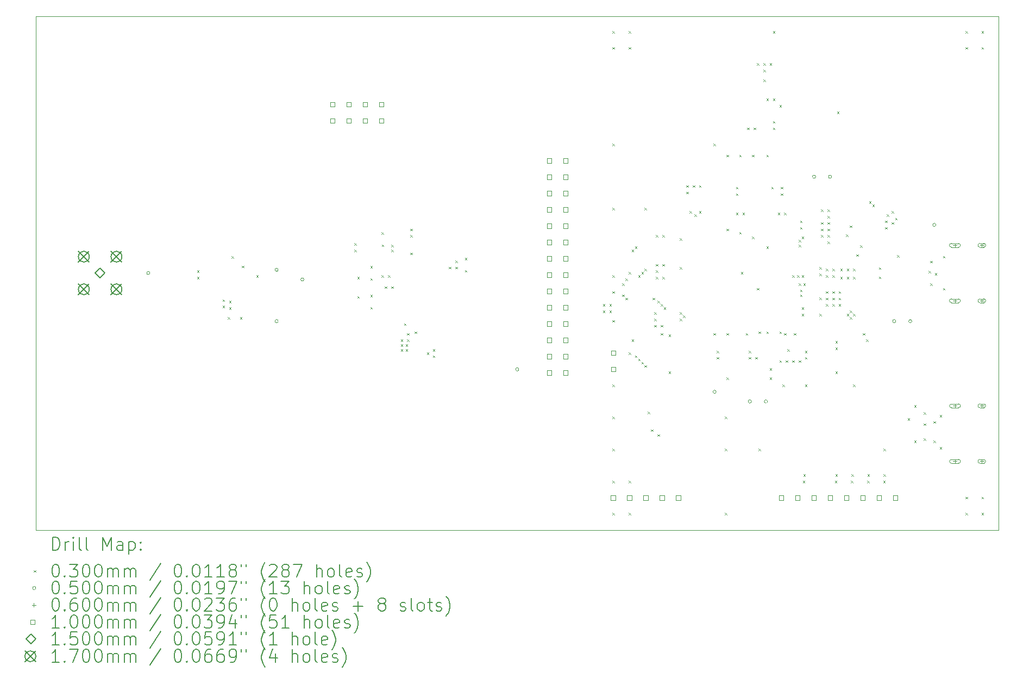
<source format=gbr>
%TF.GenerationSoftware,KiCad,Pcbnew,8.0.9-8.0.9-0~ubuntu22.04.1*%
%TF.CreationDate,2025-02-26T12:05:28+08:00*%
%TF.ProjectId,dcmiad32h7,64636d69-6164-4333-9268-372e6b696361,rev?*%
%TF.SameCoordinates,PX2faf080PY8583b00*%
%TF.FileFunction,Drillmap*%
%TF.FilePolarity,Positive*%
%FSLAX45Y45*%
G04 Gerber Fmt 4.5, Leading zero omitted, Abs format (unit mm)*
G04 Created by KiCad (PCBNEW 8.0.9-8.0.9-0~ubuntu22.04.1) date 2025-02-26 12:05:28*
%MOMM*%
%LPD*%
G01*
G04 APERTURE LIST*
%ADD10C,0.050000*%
%ADD11C,0.200000*%
%ADD12C,0.100000*%
%ADD13C,0.150000*%
%ADD14C,0.170000*%
G04 APERTURE END LIST*
D10*
X0Y8000000D02*
X15000000Y8000000D01*
X15000000Y0D01*
X0Y0D01*
X0Y8000000D01*
D11*
D12*
X2510000Y4040000D02*
X2540000Y4010000D01*
X2540000Y4040000D02*
X2510000Y4010000D01*
X2510000Y3940000D02*
X2540000Y3910000D01*
X2540000Y3940000D02*
X2510000Y3910000D01*
X2910000Y3590000D02*
X2940000Y3560000D01*
X2940000Y3590000D02*
X2910000Y3560000D01*
X2910000Y3490000D02*
X2940000Y3460000D01*
X2940000Y3490000D02*
X2910000Y3460000D01*
X2990000Y3315000D02*
X3020000Y3285000D01*
X3020000Y3315000D02*
X2990000Y3285000D01*
X3010000Y3565000D02*
X3040000Y3535000D01*
X3040000Y3565000D02*
X3010000Y3535000D01*
X3010000Y3465000D02*
X3040000Y3435000D01*
X3040000Y3465000D02*
X3010000Y3435000D01*
X3048500Y4262500D02*
X3078500Y4232500D01*
X3078500Y4262500D02*
X3048500Y4232500D01*
X3180000Y3315000D02*
X3210000Y3285000D01*
X3210000Y3315000D02*
X3180000Y3285000D01*
X3210000Y4115000D02*
X3240000Y4085000D01*
X3240000Y4115000D02*
X3210000Y4085000D01*
X3435000Y3965000D02*
X3465000Y3935000D01*
X3465000Y3965000D02*
X3435000Y3935000D01*
X4960000Y4465000D02*
X4990000Y4435000D01*
X4990000Y4465000D02*
X4960000Y4435000D01*
X4960000Y4365000D02*
X4990000Y4335000D01*
X4990000Y4365000D02*
X4960000Y4335000D01*
X5010000Y3940000D02*
X5040000Y3910000D01*
X5040000Y3940000D02*
X5010000Y3910000D01*
X5010000Y3640000D02*
X5040000Y3610000D01*
X5040000Y3640000D02*
X5010000Y3610000D01*
X5210000Y4110000D02*
X5240000Y4080000D01*
X5240000Y4110000D02*
X5210000Y4080000D01*
X5210000Y3920000D02*
X5240000Y3890000D01*
X5240000Y3920000D02*
X5210000Y3890000D01*
X5210000Y3660000D02*
X5240000Y3630000D01*
X5240000Y3660000D02*
X5210000Y3630000D01*
X5210000Y3470000D02*
X5240000Y3440000D01*
X5240000Y3470000D02*
X5210000Y3440000D01*
X5385000Y4635000D02*
X5415000Y4605000D01*
X5415000Y4635000D02*
X5385000Y4605000D01*
X5385000Y3965000D02*
X5415000Y3935000D01*
X5415000Y3965000D02*
X5385000Y3935000D01*
X5387500Y4442500D02*
X5417500Y4412500D01*
X5417500Y4442500D02*
X5387500Y4412500D01*
X5435000Y3790000D02*
X5465000Y3760000D01*
X5465000Y3790000D02*
X5435000Y3760000D01*
X5485000Y3965000D02*
X5515000Y3935000D01*
X5515000Y3965000D02*
X5485000Y3935000D01*
X5535000Y4440000D02*
X5565000Y4410000D01*
X5565000Y4440000D02*
X5535000Y4410000D01*
X5535000Y4365000D02*
X5565000Y4335000D01*
X5565000Y4365000D02*
X5535000Y4335000D01*
X5535000Y3790000D02*
X5565000Y3760000D01*
X5565000Y3790000D02*
X5535000Y3760000D01*
X5685000Y2965000D02*
X5715000Y2935000D01*
X5715000Y2965000D02*
X5685000Y2935000D01*
X5685000Y2890000D02*
X5715000Y2860000D01*
X5715000Y2890000D02*
X5685000Y2860000D01*
X5685000Y2815000D02*
X5715000Y2785000D01*
X5715000Y2815000D02*
X5685000Y2785000D01*
X5735000Y3215000D02*
X5765000Y3185000D01*
X5765000Y3215000D02*
X5735000Y3185000D01*
X5760000Y2890000D02*
X5790000Y2860000D01*
X5790000Y2890000D02*
X5760000Y2860000D01*
X5760000Y2815000D02*
X5790000Y2785000D01*
X5790000Y2815000D02*
X5760000Y2785000D01*
X5785000Y3065000D02*
X5815000Y3035000D01*
X5815000Y3065000D02*
X5785000Y3035000D01*
X5785000Y2965000D02*
X5815000Y2935000D01*
X5815000Y2965000D02*
X5785000Y2935000D01*
X5835000Y4690000D02*
X5865000Y4660000D01*
X5865000Y4690000D02*
X5835000Y4660000D01*
X5835000Y4590000D02*
X5865000Y4560000D01*
X5865000Y4590000D02*
X5835000Y4560000D01*
X5835000Y4315000D02*
X5865000Y4285000D01*
X5865000Y4315000D02*
X5835000Y4285000D01*
X5902500Y3090000D02*
X5932500Y3060000D01*
X5932500Y3090000D02*
X5902500Y3060000D01*
X6091250Y2765000D02*
X6121250Y2735000D01*
X6121250Y2765000D02*
X6091250Y2735000D01*
X6185000Y2815000D02*
X6215000Y2785000D01*
X6215000Y2815000D02*
X6185000Y2785000D01*
X6185000Y2715000D02*
X6215000Y2685000D01*
X6215000Y2715000D02*
X6185000Y2685000D01*
X6435000Y4095000D02*
X6465000Y4065000D01*
X6465000Y4095000D02*
X6435000Y4065000D01*
X6535000Y4195000D02*
X6565000Y4165000D01*
X6565000Y4195000D02*
X6535000Y4165000D01*
X6535000Y4095000D02*
X6565000Y4065000D01*
X6565000Y4095000D02*
X6535000Y4065000D01*
X6685000Y4235000D02*
X6715000Y4205000D01*
X6715000Y4235000D02*
X6685000Y4205000D01*
X6685000Y4045000D02*
X6715000Y4015000D01*
X6715000Y4045000D02*
X6685000Y4015000D01*
X8835000Y3515000D02*
X8865000Y3485000D01*
X8865000Y3515000D02*
X8835000Y3485000D01*
X8835000Y3415000D02*
X8865000Y3385000D01*
X8865000Y3415000D02*
X8835000Y3385000D01*
X8935000Y3515000D02*
X8965000Y3485000D01*
X8965000Y3515000D02*
X8935000Y3485000D01*
X8935000Y3415000D02*
X8965000Y3385000D01*
X8965000Y3415000D02*
X8935000Y3385000D01*
X8985000Y7765000D02*
X9015000Y7735000D01*
X9015000Y7765000D02*
X8985000Y7735000D01*
X8985000Y7515000D02*
X9015000Y7485000D01*
X9015000Y7515000D02*
X8985000Y7485000D01*
X8985000Y6015000D02*
X9015000Y5985000D01*
X9015000Y6015000D02*
X8985000Y5985000D01*
X8985000Y5015000D02*
X9015000Y4985000D01*
X9015000Y5015000D02*
X8985000Y4985000D01*
X8985000Y3965000D02*
X9015000Y3935000D01*
X9015000Y3965000D02*
X8985000Y3935000D01*
X8985000Y3715000D02*
X9015000Y3685000D01*
X9015000Y3715000D02*
X8985000Y3685000D01*
X8985000Y3265000D02*
X9015000Y3235000D01*
X9015000Y3265000D02*
X8985000Y3235000D01*
X8985000Y2265000D02*
X9015000Y2235000D01*
X9015000Y2265000D02*
X8985000Y2235000D01*
X8985000Y1765000D02*
X9015000Y1735000D01*
X9015000Y1765000D02*
X8985000Y1735000D01*
X8985000Y1265000D02*
X9015000Y1235000D01*
X9015000Y1265000D02*
X8985000Y1235000D01*
X8985000Y765000D02*
X9015000Y735000D01*
X9015000Y765000D02*
X8985000Y735000D01*
X8985000Y265000D02*
X9015000Y235000D01*
X9015000Y265000D02*
X8985000Y235000D01*
X9135000Y3840000D02*
X9165000Y3810000D01*
X9165000Y3840000D02*
X9135000Y3810000D01*
X9135000Y3665000D02*
X9165000Y3635000D01*
X9165000Y3665000D02*
X9135000Y3635000D01*
X9185000Y3915000D02*
X9215000Y3885000D01*
X9215000Y3915000D02*
X9185000Y3885000D01*
X9185000Y3615000D02*
X9215000Y3585000D01*
X9215000Y3615000D02*
X9185000Y3585000D01*
X9235000Y7765000D02*
X9265000Y7735000D01*
X9265000Y7765000D02*
X9235000Y7735000D01*
X9235000Y7515000D02*
X9265000Y7485000D01*
X9265000Y7515000D02*
X9235000Y7485000D01*
X9235000Y4015000D02*
X9265000Y3985000D01*
X9265000Y4015000D02*
X9235000Y3985000D01*
X9235000Y2765000D02*
X9265000Y2735000D01*
X9265000Y2765000D02*
X9235000Y2735000D01*
X9235000Y765000D02*
X9265000Y735000D01*
X9265000Y765000D02*
X9235000Y735000D01*
X9235000Y265000D02*
X9265000Y235000D01*
X9265000Y265000D02*
X9235000Y235000D01*
X9285000Y4365000D02*
X9315000Y4335000D01*
X9315000Y4365000D02*
X9285000Y4335000D01*
X9285000Y2965000D02*
X9315000Y2935000D01*
X9315000Y2965000D02*
X9285000Y2935000D01*
X9335000Y4415000D02*
X9365000Y4385000D01*
X9365000Y4415000D02*
X9335000Y4385000D01*
X9335000Y2715000D02*
X9365000Y2685000D01*
X9365000Y2715000D02*
X9335000Y2685000D01*
X9385000Y3965000D02*
X9415000Y3935000D01*
X9415000Y3965000D02*
X9385000Y3935000D01*
X9385000Y2665000D02*
X9415000Y2635000D01*
X9415000Y2665000D02*
X9385000Y2635000D01*
X9435000Y4015000D02*
X9465000Y3985000D01*
X9465000Y4015000D02*
X9435000Y3985000D01*
X9435000Y2615000D02*
X9465000Y2585000D01*
X9465000Y2615000D02*
X9435000Y2585000D01*
X9485000Y5015000D02*
X9515000Y4985000D01*
X9515000Y5015000D02*
X9485000Y4985000D01*
X9485000Y4065000D02*
X9515000Y4035000D01*
X9515000Y4065000D02*
X9485000Y4035000D01*
X9485000Y2565000D02*
X9515000Y2535000D01*
X9515000Y2565000D02*
X9485000Y2535000D01*
X9535000Y1840000D02*
X9565000Y1810000D01*
X9565000Y1840000D02*
X9535000Y1810000D01*
X9585000Y1565000D02*
X9615000Y1535000D01*
X9615000Y1565000D02*
X9585000Y1535000D01*
X9610000Y3615000D02*
X9640000Y3585000D01*
X9640000Y3615000D02*
X9610000Y3585000D01*
X9635000Y3390000D02*
X9665000Y3360000D01*
X9665000Y3390000D02*
X9635000Y3360000D01*
X9635000Y3290000D02*
X9665000Y3260000D01*
X9665000Y3290000D02*
X9635000Y3260000D01*
X9635000Y3190000D02*
X9665000Y3160000D01*
X9665000Y3190000D02*
X9635000Y3160000D01*
X9660000Y4590000D02*
X9690000Y4560000D01*
X9690000Y4590000D02*
X9660000Y4560000D01*
X9660000Y4140000D02*
X9690000Y4110000D01*
X9690000Y4140000D02*
X9660000Y4110000D01*
X9660000Y4040000D02*
X9690000Y4010000D01*
X9690000Y4040000D02*
X9660000Y4010000D01*
X9660000Y3940000D02*
X9690000Y3910000D01*
X9690000Y3940000D02*
X9660000Y3910000D01*
X9685000Y3565000D02*
X9715000Y3535000D01*
X9715000Y3565000D02*
X9685000Y3535000D01*
X9685000Y1490000D02*
X9715000Y1460000D01*
X9715000Y1490000D02*
X9685000Y1460000D01*
X9735000Y3515000D02*
X9765000Y3485000D01*
X9765000Y3515000D02*
X9735000Y3485000D01*
X9735000Y3190000D02*
X9765000Y3160000D01*
X9765000Y3190000D02*
X9735000Y3160000D01*
X9735000Y3065000D02*
X9765000Y3035000D01*
X9765000Y3065000D02*
X9735000Y3035000D01*
X9760000Y4590000D02*
X9790000Y4560000D01*
X9790000Y4590000D02*
X9760000Y4560000D01*
X9760000Y4140000D02*
X9790000Y4110000D01*
X9790000Y4140000D02*
X9760000Y4110000D01*
X9760000Y3940000D02*
X9790000Y3910000D01*
X9790000Y3940000D02*
X9760000Y3910000D01*
X9785000Y3465000D02*
X9815000Y3435000D01*
X9815000Y3465000D02*
X9785000Y3435000D01*
X9860000Y3040000D02*
X9890000Y3010000D01*
X9890000Y3040000D02*
X9860000Y3010000D01*
X9860000Y2465000D02*
X9890000Y2435000D01*
X9890000Y2465000D02*
X9860000Y2435000D01*
X10035000Y4540000D02*
X10065000Y4510000D01*
X10065000Y4540000D02*
X10035000Y4510000D01*
X10035000Y4090000D02*
X10065000Y4060000D01*
X10065000Y4090000D02*
X10035000Y4060000D01*
X10035000Y3390000D02*
X10065000Y3360000D01*
X10065000Y3390000D02*
X10035000Y3360000D01*
X10035000Y3290000D02*
X10065000Y3260000D01*
X10065000Y3290000D02*
X10035000Y3260000D01*
X10085000Y3340000D02*
X10115000Y3310000D01*
X10115000Y3340000D02*
X10085000Y3310000D01*
X10135000Y5365000D02*
X10165000Y5335000D01*
X10165000Y5365000D02*
X10135000Y5335000D01*
X10135000Y5265000D02*
X10165000Y5235000D01*
X10165000Y5265000D02*
X10135000Y5235000D01*
X10185000Y4965000D02*
X10215000Y4935000D01*
X10215000Y4965000D02*
X10185000Y4935000D01*
X10235000Y5365000D02*
X10265000Y5335000D01*
X10265000Y5365000D02*
X10235000Y5335000D01*
X10260000Y4915000D02*
X10290000Y4885000D01*
X10290000Y4915000D02*
X10260000Y4885000D01*
X10335000Y5365000D02*
X10365000Y5335000D01*
X10365000Y5365000D02*
X10335000Y5335000D01*
X10335000Y4965000D02*
X10365000Y4935000D01*
X10365000Y4965000D02*
X10335000Y4935000D01*
X10560000Y6015000D02*
X10590000Y5985000D01*
X10590000Y6015000D02*
X10560000Y5985000D01*
X10560000Y3065000D02*
X10590000Y3035000D01*
X10590000Y3065000D02*
X10560000Y3035000D01*
X10610000Y2790000D02*
X10640000Y2760000D01*
X10640000Y2790000D02*
X10610000Y2760000D01*
X10610000Y2690000D02*
X10640000Y2660000D01*
X10640000Y2690000D02*
X10610000Y2660000D01*
X10735000Y1765000D02*
X10765000Y1735000D01*
X10765000Y1765000D02*
X10735000Y1735000D01*
X10735000Y1265000D02*
X10765000Y1235000D01*
X10765000Y1265000D02*
X10735000Y1235000D01*
X10735000Y265000D02*
X10765000Y235000D01*
X10765000Y265000D02*
X10735000Y235000D01*
X10760000Y5840000D02*
X10790000Y5810000D01*
X10790000Y5840000D02*
X10760000Y5810000D01*
X10760000Y4690000D02*
X10790000Y4660000D01*
X10790000Y4690000D02*
X10760000Y4660000D01*
X10760000Y3065000D02*
X10790000Y3035000D01*
X10790000Y3065000D02*
X10760000Y3035000D01*
X10760000Y2372500D02*
X10790000Y2342500D01*
X10790000Y2372500D02*
X10760000Y2342500D01*
X10910000Y5340000D02*
X10940000Y5310000D01*
X10940000Y5340000D02*
X10910000Y5310000D01*
X10910000Y5240000D02*
X10940000Y5210000D01*
X10940000Y5240000D02*
X10910000Y5210000D01*
X10910000Y4940000D02*
X10940000Y4910000D01*
X10940000Y4940000D02*
X10910000Y4910000D01*
X10960000Y5840000D02*
X10990000Y5810000D01*
X10990000Y5840000D02*
X10960000Y5810000D01*
X10960000Y4640000D02*
X10990000Y4610000D01*
X10990000Y4640000D02*
X10960000Y4610000D01*
X10985000Y4015000D02*
X11015000Y3985000D01*
X11015000Y4015000D02*
X10985000Y3985000D01*
X11010000Y4940000D02*
X11040000Y4910000D01*
X11040000Y4940000D02*
X11010000Y4910000D01*
X11060000Y3065000D02*
X11090000Y3035000D01*
X11090000Y3065000D02*
X11060000Y3035000D01*
X11085000Y6265000D02*
X11115000Y6235000D01*
X11115000Y6265000D02*
X11085000Y6235000D01*
X11110000Y2790000D02*
X11140000Y2760000D01*
X11140000Y2790000D02*
X11110000Y2760000D01*
X11110000Y2690000D02*
X11140000Y2660000D01*
X11140000Y2690000D02*
X11110000Y2660000D01*
X11160000Y5840000D02*
X11190000Y5810000D01*
X11190000Y5840000D02*
X11160000Y5810000D01*
X11160000Y4565000D02*
X11190000Y4535000D01*
X11190000Y4565000D02*
X11160000Y4535000D01*
X11185000Y6265000D02*
X11215000Y6235000D01*
X11215000Y6265000D02*
X11185000Y6235000D01*
X11210000Y2690000D02*
X11240000Y2660000D01*
X11240000Y2690000D02*
X11210000Y2660000D01*
X11235000Y7265000D02*
X11265000Y7235000D01*
X11265000Y7265000D02*
X11235000Y7235000D01*
X11235000Y3765000D02*
X11265000Y3735000D01*
X11265000Y3765000D02*
X11235000Y3735000D01*
X11260000Y3090000D02*
X11290000Y3060000D01*
X11290000Y3090000D02*
X11260000Y3060000D01*
X11260000Y1265000D02*
X11290000Y1235000D01*
X11290000Y1265000D02*
X11260000Y1235000D01*
X11335000Y7265000D02*
X11365000Y7235000D01*
X11365000Y7265000D02*
X11335000Y7235000D01*
X11335000Y7165000D02*
X11365000Y7135000D01*
X11365000Y7165000D02*
X11335000Y7135000D01*
X11335000Y7015000D02*
X11365000Y6985000D01*
X11365000Y7015000D02*
X11335000Y6985000D01*
X11385000Y6715000D02*
X11415000Y6685000D01*
X11415000Y6715000D02*
X11385000Y6685000D01*
X11385000Y5840000D02*
X11415000Y5810000D01*
X11415000Y5840000D02*
X11385000Y5810000D01*
X11385000Y4415000D02*
X11415000Y4385000D01*
X11415000Y4415000D02*
X11385000Y4385000D01*
X11385000Y3090000D02*
X11415000Y3060000D01*
X11415000Y3090000D02*
X11385000Y3060000D01*
X11435000Y7265000D02*
X11465000Y7235000D01*
X11465000Y7265000D02*
X11435000Y7235000D01*
X11435000Y2515000D02*
X11465000Y2485000D01*
X11465000Y2515000D02*
X11435000Y2485000D01*
X11435000Y2372500D02*
X11465000Y2342500D01*
X11465000Y2372500D02*
X11435000Y2342500D01*
X11460000Y5340000D02*
X11490000Y5310000D01*
X11490000Y5340000D02*
X11460000Y5310000D01*
X11485000Y7765000D02*
X11515000Y7735000D01*
X11515000Y7765000D02*
X11485000Y7735000D01*
X11485000Y6715000D02*
X11515000Y6685000D01*
X11515000Y6715000D02*
X11485000Y6685000D01*
X11485000Y6365000D02*
X11515000Y6335000D01*
X11515000Y6365000D02*
X11485000Y6335000D01*
X11485000Y6265000D02*
X11515000Y6235000D01*
X11515000Y6265000D02*
X11485000Y6235000D01*
X11560000Y4940000D02*
X11590000Y4910000D01*
X11590000Y4940000D02*
X11560000Y4910000D01*
X11585000Y6615000D02*
X11615000Y6585000D01*
X11615000Y6615000D02*
X11585000Y6585000D01*
X11585000Y3090000D02*
X11615000Y3060000D01*
X11615000Y3090000D02*
X11585000Y3060000D01*
X11585000Y2640000D02*
X11615000Y2610000D01*
X11615000Y2640000D02*
X11585000Y2610000D01*
X11610000Y5340000D02*
X11640000Y5310000D01*
X11640000Y5340000D02*
X11610000Y5310000D01*
X11610000Y5240000D02*
X11640000Y5210000D01*
X11640000Y5240000D02*
X11610000Y5210000D01*
X11635000Y2265000D02*
X11665000Y2235000D01*
X11665000Y2265000D02*
X11635000Y2235000D01*
X11660000Y4940000D02*
X11690000Y4910000D01*
X11690000Y4940000D02*
X11660000Y4910000D01*
X11660000Y3065000D02*
X11690000Y3035000D01*
X11690000Y3065000D02*
X11660000Y3035000D01*
X11685000Y2640000D02*
X11715000Y2610000D01*
X11715000Y2640000D02*
X11685000Y2610000D01*
X11710000Y2815000D02*
X11740000Y2785000D01*
X11740000Y2815000D02*
X11710000Y2785000D01*
X11785000Y3965000D02*
X11815000Y3935000D01*
X11815000Y3965000D02*
X11785000Y3935000D01*
X11785000Y2640000D02*
X11815000Y2610000D01*
X11815000Y2640000D02*
X11785000Y2610000D01*
X11810000Y3065000D02*
X11840000Y3035000D01*
X11840000Y3065000D02*
X11810000Y3035000D01*
X11860000Y3965000D02*
X11890000Y3935000D01*
X11890000Y3965000D02*
X11860000Y3935000D01*
X11885000Y4515000D02*
X11915000Y4485000D01*
X11915000Y4515000D02*
X11885000Y4485000D01*
X11885000Y4440000D02*
X11915000Y4410000D01*
X11915000Y4440000D02*
X11885000Y4410000D01*
X11885000Y3840000D02*
X11915000Y3810000D01*
X11915000Y3840000D02*
X11885000Y3810000D01*
X11885000Y2640000D02*
X11915000Y2610000D01*
X11915000Y2640000D02*
X11885000Y2610000D01*
X11910000Y4815000D02*
X11940000Y4785000D01*
X11940000Y4815000D02*
X11910000Y4785000D01*
X11910000Y4715000D02*
X11940000Y4685000D01*
X11940000Y4715000D02*
X11910000Y4685000D01*
X11910000Y3740000D02*
X11940000Y3710000D01*
X11940000Y3740000D02*
X11910000Y3710000D01*
X11910000Y3665000D02*
X11940000Y3635000D01*
X11940000Y3665000D02*
X11910000Y3635000D01*
X11935000Y4565000D02*
X11965000Y4535000D01*
X11965000Y4565000D02*
X11935000Y4535000D01*
X11935000Y3965000D02*
X11965000Y3935000D01*
X11965000Y3965000D02*
X11935000Y3935000D01*
X11935000Y3465000D02*
X11965000Y3435000D01*
X11965000Y3465000D02*
X11935000Y3435000D01*
X11935000Y3365000D02*
X11965000Y3335000D01*
X11965000Y3365000D02*
X11935000Y3335000D01*
X11952000Y765000D02*
X11982000Y735000D01*
X11982000Y765000D02*
X11952000Y735000D01*
X11960000Y3840000D02*
X11990000Y3810000D01*
X11990000Y3840000D02*
X11960000Y3810000D01*
X11960000Y865000D02*
X11990000Y835000D01*
X11990000Y865000D02*
X11960000Y835000D01*
X11985000Y2790000D02*
X12015000Y2760000D01*
X12015000Y2790000D02*
X11985000Y2760000D01*
X11985000Y2690000D02*
X12015000Y2660000D01*
X12015000Y2690000D02*
X11985000Y2660000D01*
X11985000Y2265000D02*
X12015000Y2235000D01*
X12015000Y2265000D02*
X11985000Y2235000D01*
X12210000Y4090000D02*
X12240000Y4060000D01*
X12240000Y4090000D02*
X12210000Y4060000D01*
X12210000Y3990000D02*
X12240000Y3960000D01*
X12240000Y3990000D02*
X12210000Y3960000D01*
X12210000Y3620000D02*
X12240000Y3590000D01*
X12240000Y3620000D02*
X12210000Y3590000D01*
X12210000Y3365000D02*
X12240000Y3335000D01*
X12240000Y3365000D02*
X12210000Y3335000D01*
X12235000Y4990000D02*
X12265000Y4960000D01*
X12265000Y4990000D02*
X12235000Y4960000D01*
X12235000Y4790000D02*
X12265000Y4760000D01*
X12265000Y4790000D02*
X12235000Y4760000D01*
X12235000Y4690000D02*
X12265000Y4660000D01*
X12265000Y4690000D02*
X12235000Y4660000D01*
X12235000Y4590000D02*
X12265000Y4560000D01*
X12265000Y4590000D02*
X12235000Y4560000D01*
X12310000Y4065000D02*
X12340000Y4035000D01*
X12340000Y4065000D02*
X12310000Y4035000D01*
X12310000Y3965000D02*
X12340000Y3935000D01*
X12340000Y3965000D02*
X12310000Y3935000D01*
X12310000Y3715000D02*
X12340000Y3685000D01*
X12340000Y3715000D02*
X12310000Y3685000D01*
X12310000Y3615000D02*
X12340000Y3585000D01*
X12340000Y3615000D02*
X12310000Y3585000D01*
X12310000Y3515000D02*
X12340000Y3485000D01*
X12340000Y3515000D02*
X12310000Y3485000D01*
X12335000Y4990000D02*
X12365000Y4960000D01*
X12365000Y4990000D02*
X12335000Y4960000D01*
X12335000Y4890000D02*
X12365000Y4860000D01*
X12365000Y4890000D02*
X12335000Y4860000D01*
X12335000Y4790000D02*
X12365000Y4760000D01*
X12365000Y4790000D02*
X12335000Y4760000D01*
X12335000Y4690000D02*
X12365000Y4660000D01*
X12365000Y4690000D02*
X12335000Y4660000D01*
X12335000Y4590000D02*
X12365000Y4560000D01*
X12365000Y4590000D02*
X12335000Y4560000D01*
X12335000Y4490000D02*
X12365000Y4460000D01*
X12365000Y4490000D02*
X12335000Y4460000D01*
X12410000Y4065000D02*
X12440000Y4035000D01*
X12440000Y4065000D02*
X12410000Y4035000D01*
X12410000Y3965000D02*
X12440000Y3935000D01*
X12440000Y3965000D02*
X12410000Y3935000D01*
X12410000Y3715000D02*
X12440000Y3685000D01*
X12440000Y3715000D02*
X12410000Y3685000D01*
X12410000Y3615000D02*
X12440000Y3585000D01*
X12440000Y3615000D02*
X12410000Y3585000D01*
X12410000Y3515000D02*
X12440000Y3485000D01*
X12440000Y3515000D02*
X12410000Y3485000D01*
X12452000Y765000D02*
X12482000Y735000D01*
X12482000Y765000D02*
X12452000Y735000D01*
X12460000Y2940000D02*
X12490000Y2910000D01*
X12490000Y2940000D02*
X12460000Y2910000D01*
X12460000Y2840000D02*
X12490000Y2810000D01*
X12490000Y2840000D02*
X12460000Y2810000D01*
X12460000Y2465000D02*
X12490000Y2435000D01*
X12490000Y2465000D02*
X12460000Y2435000D01*
X12460000Y865000D02*
X12490000Y835000D01*
X12490000Y865000D02*
X12460000Y835000D01*
X12485000Y6515000D02*
X12515000Y6485000D01*
X12515000Y6515000D02*
X12485000Y6485000D01*
X12510000Y3715000D02*
X12540000Y3685000D01*
X12540000Y3715000D02*
X12510000Y3685000D01*
X12510000Y3615000D02*
X12540000Y3585000D01*
X12540000Y3615000D02*
X12510000Y3585000D01*
X12510000Y3515000D02*
X12540000Y3485000D01*
X12540000Y3515000D02*
X12510000Y3485000D01*
X12535000Y4065000D02*
X12565000Y4035000D01*
X12565000Y4065000D02*
X12535000Y4035000D01*
X12535000Y3940000D02*
X12565000Y3910000D01*
X12565000Y3940000D02*
X12535000Y3910000D01*
X12625000Y4600000D02*
X12655000Y4570000D01*
X12655000Y4600000D02*
X12625000Y4570000D01*
X12635000Y4065000D02*
X12665000Y4035000D01*
X12665000Y4065000D02*
X12635000Y4035000D01*
X12635000Y3940000D02*
X12665000Y3910000D01*
X12665000Y3940000D02*
X12635000Y3910000D01*
X12635000Y3365000D02*
X12665000Y3335000D01*
X12665000Y3365000D02*
X12635000Y3335000D01*
X12685000Y4740000D02*
X12715000Y4710000D01*
X12715000Y4740000D02*
X12685000Y4710000D01*
X12685000Y3415000D02*
X12715000Y3385000D01*
X12715000Y3415000D02*
X12685000Y3385000D01*
X12685000Y3315000D02*
X12715000Y3285000D01*
X12715000Y3315000D02*
X12685000Y3285000D01*
X12702000Y765000D02*
X12732000Y735000D01*
X12732000Y765000D02*
X12702000Y735000D01*
X12710000Y865000D02*
X12740000Y835000D01*
X12740000Y865000D02*
X12710000Y835000D01*
X12735000Y4065000D02*
X12765000Y4035000D01*
X12765000Y4065000D02*
X12735000Y4035000D01*
X12735000Y3940000D02*
X12765000Y3910000D01*
X12765000Y3940000D02*
X12735000Y3910000D01*
X12735000Y3365000D02*
X12765000Y3335000D01*
X12765000Y3365000D02*
X12735000Y3335000D01*
X12735000Y2265000D02*
X12765000Y2235000D01*
X12765000Y2265000D02*
X12735000Y2235000D01*
X12785000Y4290000D02*
X12815000Y4260000D01*
X12815000Y4290000D02*
X12785000Y4260000D01*
X12845000Y4430000D02*
X12875000Y4400000D01*
X12875000Y4430000D02*
X12845000Y4400000D01*
X12885000Y3065000D02*
X12915000Y3035000D01*
X12915000Y3065000D02*
X12885000Y3035000D01*
X12935000Y2965000D02*
X12965000Y2935000D01*
X12965000Y2965000D02*
X12935000Y2935000D01*
X12952000Y765000D02*
X12982000Y735000D01*
X12982000Y765000D02*
X12952000Y735000D01*
X12960000Y865000D02*
X12990000Y835000D01*
X12990000Y865000D02*
X12960000Y835000D01*
X12985000Y5115000D02*
X13015000Y5085000D01*
X13015000Y5115000D02*
X12985000Y5085000D01*
X13035000Y5065000D02*
X13065000Y5035000D01*
X13065000Y5065000D02*
X13035000Y5035000D01*
X13135000Y4087500D02*
X13165000Y4057500D01*
X13165000Y4087500D02*
X13135000Y4057500D01*
X13135000Y3942500D02*
X13165000Y3912500D01*
X13165000Y3942500D02*
X13135000Y3912500D01*
X13202000Y765000D02*
X13232000Y735000D01*
X13232000Y765000D02*
X13202000Y735000D01*
X13210000Y1265000D02*
X13240000Y1235000D01*
X13240000Y1265000D02*
X13210000Y1235000D01*
X13210000Y865000D02*
X13240000Y835000D01*
X13240000Y865000D02*
X13210000Y835000D01*
X13235000Y4815000D02*
X13265000Y4785000D01*
X13265000Y4815000D02*
X13235000Y4785000D01*
X13235000Y4715000D02*
X13265000Y4685000D01*
X13265000Y4715000D02*
X13235000Y4685000D01*
X13260000Y4915000D02*
X13290000Y4885000D01*
X13290000Y4915000D02*
X13260000Y4885000D01*
X13335000Y4965000D02*
X13365000Y4935000D01*
X13365000Y4965000D02*
X13335000Y4935000D01*
X13335000Y4790000D02*
X13365000Y4760000D01*
X13365000Y4790000D02*
X13335000Y4760000D01*
X13391250Y4860000D02*
X13421250Y4830000D01*
X13421250Y4860000D02*
X13391250Y4830000D01*
X13421500Y4277500D02*
X13451500Y4247500D01*
X13451500Y4277500D02*
X13421500Y4247500D01*
X13585000Y1740000D02*
X13615000Y1710000D01*
X13615000Y1740000D02*
X13585000Y1710000D01*
X13685000Y1940000D02*
X13715000Y1910000D01*
X13715000Y1940000D02*
X13685000Y1910000D01*
X13685000Y1390000D02*
X13715000Y1360000D01*
X13715000Y1390000D02*
X13685000Y1360000D01*
X13835000Y1832000D02*
X13865000Y1802000D01*
X13865000Y1832000D02*
X13835000Y1802000D01*
X13835000Y1657000D02*
X13865000Y1627000D01*
X13865000Y1657000D02*
X13835000Y1627000D01*
X13835000Y1423000D02*
X13865000Y1393000D01*
X13865000Y1423000D02*
X13835000Y1393000D01*
X13910000Y4032000D02*
X13940000Y4002000D01*
X13940000Y4032000D02*
X13910000Y4002000D01*
X13935000Y4190000D02*
X13965000Y4160000D01*
X13965000Y4190000D02*
X13935000Y4160000D01*
X13935000Y3840000D02*
X13965000Y3810000D01*
X13965000Y3840000D02*
X13935000Y3810000D01*
X13985000Y1690000D02*
X14015000Y1660000D01*
X14015000Y1690000D02*
X13985000Y1660000D01*
X13985000Y1390000D02*
X14015000Y1360000D01*
X14015000Y1390000D02*
X13985000Y1360000D01*
X14010000Y3998000D02*
X14040000Y3968000D01*
X14040000Y3998000D02*
X14010000Y3968000D01*
X14085000Y1790000D02*
X14115000Y1760000D01*
X14115000Y1790000D02*
X14085000Y1760000D01*
X14085000Y1290000D02*
X14115000Y1260000D01*
X14115000Y1290000D02*
X14085000Y1260000D01*
X14135000Y4265000D02*
X14165000Y4235000D01*
X14165000Y4265000D02*
X14135000Y4235000D01*
X14135000Y3765000D02*
X14165000Y3735000D01*
X14165000Y3765000D02*
X14135000Y3735000D01*
X14485000Y7765000D02*
X14515000Y7735000D01*
X14515000Y7765000D02*
X14485000Y7735000D01*
X14485000Y7515000D02*
X14515000Y7485000D01*
X14515000Y7515000D02*
X14485000Y7485000D01*
X14485000Y515000D02*
X14515000Y485000D01*
X14515000Y515000D02*
X14485000Y485000D01*
X14485000Y265000D02*
X14515000Y235000D01*
X14515000Y265000D02*
X14485000Y235000D01*
X14735000Y7765000D02*
X14765000Y7735000D01*
X14765000Y7765000D02*
X14735000Y7735000D01*
X14735000Y7515000D02*
X14765000Y7485000D01*
X14765000Y7515000D02*
X14735000Y7485000D01*
X14735000Y515000D02*
X14765000Y485000D01*
X14765000Y515000D02*
X14735000Y485000D01*
X14735000Y265000D02*
X14765000Y235000D01*
X14765000Y265000D02*
X14735000Y235000D01*
X1775000Y4000000D02*
G75*
G02*
X1725000Y4000000I-25000J0D01*
G01*
X1725000Y4000000D02*
G75*
G02*
X1775000Y4000000I25000J0D01*
G01*
X3775000Y4050000D02*
G75*
G02*
X3725000Y4050000I-25000J0D01*
G01*
X3725000Y4050000D02*
G75*
G02*
X3775000Y4050000I25000J0D01*
G01*
X3775000Y3250000D02*
G75*
G02*
X3725000Y3250000I-25000J0D01*
G01*
X3725000Y3250000D02*
G75*
G02*
X3775000Y3250000I25000J0D01*
G01*
X4175000Y3900000D02*
G75*
G02*
X4125000Y3900000I-25000J0D01*
G01*
X4125000Y3900000D02*
G75*
G02*
X4175000Y3900000I25000J0D01*
G01*
X7525000Y2500000D02*
G75*
G02*
X7475000Y2500000I-25000J0D01*
G01*
X7475000Y2500000D02*
G75*
G02*
X7525000Y2500000I25000J0D01*
G01*
X10600000Y2150000D02*
G75*
G02*
X10550000Y2150000I-25000J0D01*
G01*
X10550000Y2150000D02*
G75*
G02*
X10600000Y2150000I25000J0D01*
G01*
X11150000Y2000000D02*
G75*
G02*
X11100000Y2000000I-25000J0D01*
G01*
X11100000Y2000000D02*
G75*
G02*
X11150000Y2000000I25000J0D01*
G01*
X11400000Y2000000D02*
G75*
G02*
X11350000Y2000000I-25000J0D01*
G01*
X11350000Y2000000D02*
G75*
G02*
X11400000Y2000000I25000J0D01*
G01*
X12150000Y5500000D02*
G75*
G02*
X12100000Y5500000I-25000J0D01*
G01*
X12100000Y5500000D02*
G75*
G02*
X12150000Y5500000I25000J0D01*
G01*
X12400000Y5500000D02*
G75*
G02*
X12350000Y5500000I-25000J0D01*
G01*
X12350000Y5500000D02*
G75*
G02*
X12400000Y5500000I25000J0D01*
G01*
X13400000Y3250000D02*
G75*
G02*
X13350000Y3250000I-25000J0D01*
G01*
X13350000Y3250000D02*
G75*
G02*
X13400000Y3250000I25000J0D01*
G01*
X13650000Y3250000D02*
G75*
G02*
X13600000Y3250000I-25000J0D01*
G01*
X13600000Y3250000D02*
G75*
G02*
X13650000Y3250000I25000J0D01*
G01*
X14025000Y4750000D02*
G75*
G02*
X13975000Y4750000I-25000J0D01*
G01*
X13975000Y4750000D02*
G75*
G02*
X14025000Y4750000I25000J0D01*
G01*
X14322000Y4462000D02*
X14322000Y4402000D01*
X14292000Y4432000D02*
X14352000Y4432000D01*
X14267000Y4402000D02*
X14377000Y4402000D01*
X14377000Y4462000D02*
G75*
G02*
X14377000Y4402000I0J-30000D01*
G01*
X14377000Y4462000D02*
X14267000Y4462000D01*
X14267000Y4462000D02*
G75*
G03*
X14267000Y4402000I0J-30000D01*
G01*
X14322000Y3598000D02*
X14322000Y3538000D01*
X14292000Y3568000D02*
X14352000Y3568000D01*
X14267000Y3538000D02*
X14377000Y3538000D01*
X14377000Y3598000D02*
G75*
G02*
X14377000Y3538000I0J-30000D01*
G01*
X14377000Y3598000D02*
X14267000Y3598000D01*
X14267000Y3598000D02*
G75*
G03*
X14267000Y3538000I0J-30000D01*
G01*
X14322000Y1962000D02*
X14322000Y1902000D01*
X14292000Y1932000D02*
X14352000Y1932000D01*
X14267000Y1902000D02*
X14377000Y1902000D01*
X14377000Y1962000D02*
G75*
G02*
X14377000Y1902000I0J-30000D01*
G01*
X14377000Y1962000D02*
X14267000Y1962000D01*
X14267000Y1962000D02*
G75*
G03*
X14267000Y1902000I0J-30000D01*
G01*
X14322000Y1098000D02*
X14322000Y1038000D01*
X14292000Y1068000D02*
X14352000Y1068000D01*
X14267000Y1038000D02*
X14377000Y1038000D01*
X14377000Y1098000D02*
G75*
G02*
X14377000Y1038000I0J-30000D01*
G01*
X14377000Y1098000D02*
X14267000Y1098000D01*
X14267000Y1098000D02*
G75*
G03*
X14267000Y1038000I0J-30000D01*
G01*
X14740000Y4462000D02*
X14740000Y4402000D01*
X14710000Y4432000D02*
X14770000Y4432000D01*
X14710000Y4402000D02*
X14770000Y4402000D01*
X14770000Y4462000D02*
G75*
G02*
X14770000Y4402000I0J-30000D01*
G01*
X14770000Y4462000D02*
X14710000Y4462000D01*
X14710000Y4462000D02*
G75*
G03*
X14710000Y4402000I0J-30000D01*
G01*
X14740000Y3598000D02*
X14740000Y3538000D01*
X14710000Y3568000D02*
X14770000Y3568000D01*
X14710000Y3538000D02*
X14770000Y3538000D01*
X14770000Y3598000D02*
G75*
G02*
X14770000Y3538000I0J-30000D01*
G01*
X14770000Y3598000D02*
X14710000Y3598000D01*
X14710000Y3598000D02*
G75*
G03*
X14710000Y3538000I0J-30000D01*
G01*
X14740000Y1962000D02*
X14740000Y1902000D01*
X14710000Y1932000D02*
X14770000Y1932000D01*
X14710000Y1902000D02*
X14770000Y1902000D01*
X14770000Y1962000D02*
G75*
G02*
X14770000Y1902000I0J-30000D01*
G01*
X14770000Y1962000D02*
X14710000Y1962000D01*
X14710000Y1962000D02*
G75*
G03*
X14710000Y1902000I0J-30000D01*
G01*
X14740000Y1098000D02*
X14740000Y1038000D01*
X14710000Y1068000D02*
X14770000Y1068000D01*
X14710000Y1038000D02*
X14770000Y1038000D01*
X14770000Y1098000D02*
G75*
G02*
X14770000Y1038000I0J-30000D01*
G01*
X14770000Y1098000D02*
X14710000Y1098000D01*
X14710000Y1098000D02*
G75*
G03*
X14710000Y1038000I0J-30000D01*
G01*
X4655356Y6591144D02*
X4655356Y6661856D01*
X4584644Y6661856D01*
X4584644Y6591144D01*
X4655356Y6591144D01*
X4655356Y6337144D02*
X4655356Y6407856D01*
X4584644Y6407856D01*
X4584644Y6337144D01*
X4655356Y6337144D01*
X4909356Y6591144D02*
X4909356Y6661856D01*
X4838644Y6661856D01*
X4838644Y6591144D01*
X4909356Y6591144D01*
X4909356Y6337144D02*
X4909356Y6407856D01*
X4838644Y6407856D01*
X4838644Y6337144D01*
X4909356Y6337144D01*
X5163356Y6591144D02*
X5163356Y6661856D01*
X5092644Y6661856D01*
X5092644Y6591144D01*
X5163356Y6591144D01*
X5163356Y6337144D02*
X5163356Y6407856D01*
X5092644Y6407856D01*
X5092644Y6337144D01*
X5163356Y6337144D01*
X5417356Y6591144D02*
X5417356Y6661856D01*
X5346644Y6661856D01*
X5346644Y6591144D01*
X5417356Y6591144D01*
X5417356Y6337144D02*
X5417356Y6407856D01*
X5346644Y6407856D01*
X5346644Y6337144D01*
X5417356Y6337144D01*
X8035356Y5714644D02*
X8035356Y5785356D01*
X7964644Y5785356D01*
X7964644Y5714644D01*
X8035356Y5714644D01*
X8035356Y5460644D02*
X8035356Y5531356D01*
X7964644Y5531356D01*
X7964644Y5460644D01*
X8035356Y5460644D01*
X8035356Y5206644D02*
X8035356Y5277356D01*
X7964644Y5277356D01*
X7964644Y5206644D01*
X8035356Y5206644D01*
X8035356Y4952644D02*
X8035356Y5023356D01*
X7964644Y5023356D01*
X7964644Y4952644D01*
X8035356Y4952644D01*
X8035356Y4698644D02*
X8035356Y4769356D01*
X7964644Y4769356D01*
X7964644Y4698644D01*
X8035356Y4698644D01*
X8035356Y4444644D02*
X8035356Y4515356D01*
X7964644Y4515356D01*
X7964644Y4444644D01*
X8035356Y4444644D01*
X8035356Y4190644D02*
X8035356Y4261356D01*
X7964644Y4261356D01*
X7964644Y4190644D01*
X8035356Y4190644D01*
X8035356Y3936644D02*
X8035356Y4007356D01*
X7964644Y4007356D01*
X7964644Y3936644D01*
X8035356Y3936644D01*
X8035356Y3682644D02*
X8035356Y3753356D01*
X7964644Y3753356D01*
X7964644Y3682644D01*
X8035356Y3682644D01*
X8035356Y3428644D02*
X8035356Y3499356D01*
X7964644Y3499356D01*
X7964644Y3428644D01*
X8035356Y3428644D01*
X8035356Y3174644D02*
X8035356Y3245356D01*
X7964644Y3245356D01*
X7964644Y3174644D01*
X8035356Y3174644D01*
X8035356Y2920644D02*
X8035356Y2991356D01*
X7964644Y2991356D01*
X7964644Y2920644D01*
X8035356Y2920644D01*
X8035356Y2666644D02*
X8035356Y2737356D01*
X7964644Y2737356D01*
X7964644Y2666644D01*
X8035356Y2666644D01*
X8035356Y2412644D02*
X8035356Y2483356D01*
X7964644Y2483356D01*
X7964644Y2412644D01*
X8035356Y2412644D01*
X8289356Y5714644D02*
X8289356Y5785356D01*
X8218644Y5785356D01*
X8218644Y5714644D01*
X8289356Y5714644D01*
X8289356Y5460644D02*
X8289356Y5531356D01*
X8218644Y5531356D01*
X8218644Y5460644D01*
X8289356Y5460644D01*
X8289356Y5206644D02*
X8289356Y5277356D01*
X8218644Y5277356D01*
X8218644Y5206644D01*
X8289356Y5206644D01*
X8289356Y4952644D02*
X8289356Y5023356D01*
X8218644Y5023356D01*
X8218644Y4952644D01*
X8289356Y4952644D01*
X8289356Y4698644D02*
X8289356Y4769356D01*
X8218644Y4769356D01*
X8218644Y4698644D01*
X8289356Y4698644D01*
X8289356Y4444644D02*
X8289356Y4515356D01*
X8218644Y4515356D01*
X8218644Y4444644D01*
X8289356Y4444644D01*
X8289356Y4190644D02*
X8289356Y4261356D01*
X8218644Y4261356D01*
X8218644Y4190644D01*
X8289356Y4190644D01*
X8289356Y3936644D02*
X8289356Y4007356D01*
X8218644Y4007356D01*
X8218644Y3936644D01*
X8289356Y3936644D01*
X8289356Y3682644D02*
X8289356Y3753356D01*
X8218644Y3753356D01*
X8218644Y3682644D01*
X8289356Y3682644D01*
X8289356Y3428644D02*
X8289356Y3499356D01*
X8218644Y3499356D01*
X8218644Y3428644D01*
X8289356Y3428644D01*
X8289356Y3174644D02*
X8289356Y3245356D01*
X8218644Y3245356D01*
X8218644Y3174644D01*
X8289356Y3174644D01*
X8289356Y2920644D02*
X8289356Y2991356D01*
X8218644Y2991356D01*
X8218644Y2920644D01*
X8289356Y2920644D01*
X8289356Y2666644D02*
X8289356Y2737356D01*
X8218644Y2737356D01*
X8218644Y2666644D01*
X8289356Y2666644D01*
X8289356Y2412644D02*
X8289356Y2483356D01*
X8218644Y2483356D01*
X8218644Y2412644D01*
X8289356Y2412644D01*
X9027856Y464644D02*
X9027856Y535356D01*
X8957144Y535356D01*
X8957144Y464644D01*
X9027856Y464644D01*
X9035356Y2718644D02*
X9035356Y2789356D01*
X8964644Y2789356D01*
X8964644Y2718644D01*
X9035356Y2718644D01*
X9035356Y2464644D02*
X9035356Y2535356D01*
X8964644Y2535356D01*
X8964644Y2464644D01*
X9035356Y2464644D01*
X9281856Y464644D02*
X9281856Y535356D01*
X9211144Y535356D01*
X9211144Y464644D01*
X9281856Y464644D01*
X9535856Y464644D02*
X9535856Y535356D01*
X9465144Y535356D01*
X9465144Y464644D01*
X9535856Y464644D01*
X9789856Y464644D02*
X9789856Y535356D01*
X9719144Y535356D01*
X9719144Y464644D01*
X9789856Y464644D01*
X10043856Y464644D02*
X10043856Y535356D01*
X9973144Y535356D01*
X9973144Y464644D01*
X10043856Y464644D01*
X11647856Y464644D02*
X11647856Y535356D01*
X11577144Y535356D01*
X11577144Y464644D01*
X11647856Y464644D01*
X11901856Y464644D02*
X11901856Y535356D01*
X11831144Y535356D01*
X11831144Y464644D01*
X11901856Y464644D01*
X12155856Y464644D02*
X12155856Y535356D01*
X12085144Y535356D01*
X12085144Y464644D01*
X12155856Y464644D01*
X12409856Y464644D02*
X12409856Y535356D01*
X12339144Y535356D01*
X12339144Y464644D01*
X12409856Y464644D01*
X12663856Y464644D02*
X12663856Y535356D01*
X12593144Y535356D01*
X12593144Y464644D01*
X12663856Y464644D01*
X12917856Y464644D02*
X12917856Y535356D01*
X12847144Y535356D01*
X12847144Y464644D01*
X12917856Y464644D01*
X13171856Y464644D02*
X13171856Y535356D01*
X13101144Y535356D01*
X13101144Y464644D01*
X13171856Y464644D01*
X13425856Y464644D02*
X13425856Y535356D01*
X13355144Y535356D01*
X13355144Y464644D01*
X13425856Y464644D01*
D13*
X1000000Y3925000D02*
X1075000Y4000000D01*
X1000000Y4075000D01*
X925000Y4000000D01*
X1000000Y3925000D01*
D14*
X661000Y4339000D02*
X831000Y4169000D01*
X831000Y4339000D02*
X661000Y4169000D01*
X831000Y4254000D02*
G75*
G02*
X661000Y4254000I-85000J0D01*
G01*
X661000Y4254000D02*
G75*
G02*
X831000Y4254000I85000J0D01*
G01*
X661000Y3831000D02*
X831000Y3661000D01*
X831000Y3831000D02*
X661000Y3661000D01*
X831000Y3746000D02*
G75*
G02*
X661000Y3746000I-85000J0D01*
G01*
X661000Y3746000D02*
G75*
G02*
X831000Y3746000I85000J0D01*
G01*
X1169000Y4339000D02*
X1339000Y4169000D01*
X1339000Y4339000D02*
X1169000Y4169000D01*
X1339000Y4254000D02*
G75*
G02*
X1169000Y4254000I-85000J0D01*
G01*
X1169000Y4254000D02*
G75*
G02*
X1339000Y4254000I85000J0D01*
G01*
X1169000Y3831000D02*
X1339000Y3661000D01*
X1339000Y3831000D02*
X1169000Y3661000D01*
X1339000Y3746000D02*
G75*
G02*
X1169000Y3746000I-85000J0D01*
G01*
X1169000Y3746000D02*
G75*
G02*
X1339000Y3746000I85000J0D01*
G01*
D11*
X258277Y-313984D02*
X258277Y-113984D01*
X258277Y-113984D02*
X305896Y-113984D01*
X305896Y-113984D02*
X334467Y-123508D01*
X334467Y-123508D02*
X353515Y-142555D01*
X353515Y-142555D02*
X363039Y-161603D01*
X363039Y-161603D02*
X372562Y-199698D01*
X372562Y-199698D02*
X372562Y-228269D01*
X372562Y-228269D02*
X363039Y-266365D01*
X363039Y-266365D02*
X353515Y-285412D01*
X353515Y-285412D02*
X334467Y-304460D01*
X334467Y-304460D02*
X305896Y-313984D01*
X305896Y-313984D02*
X258277Y-313984D01*
X458277Y-313984D02*
X458277Y-180650D01*
X458277Y-218746D02*
X467801Y-199698D01*
X467801Y-199698D02*
X477324Y-190174D01*
X477324Y-190174D02*
X496372Y-180650D01*
X496372Y-180650D02*
X515420Y-180650D01*
X582086Y-313984D02*
X582086Y-180650D01*
X582086Y-113984D02*
X572563Y-123508D01*
X572563Y-123508D02*
X582086Y-133031D01*
X582086Y-133031D02*
X591610Y-123508D01*
X591610Y-123508D02*
X582086Y-113984D01*
X582086Y-113984D02*
X582086Y-133031D01*
X705896Y-313984D02*
X686848Y-304460D01*
X686848Y-304460D02*
X677324Y-285412D01*
X677324Y-285412D02*
X677324Y-113984D01*
X810658Y-313984D02*
X791610Y-304460D01*
X791610Y-304460D02*
X782086Y-285412D01*
X782086Y-285412D02*
X782086Y-113984D01*
X1039229Y-313984D02*
X1039229Y-113984D01*
X1039229Y-113984D02*
X1105896Y-256841D01*
X1105896Y-256841D02*
X1172563Y-113984D01*
X1172563Y-113984D02*
X1172563Y-313984D01*
X1353515Y-313984D02*
X1353515Y-209222D01*
X1353515Y-209222D02*
X1343991Y-190174D01*
X1343991Y-190174D02*
X1324944Y-180650D01*
X1324944Y-180650D02*
X1286848Y-180650D01*
X1286848Y-180650D02*
X1267801Y-190174D01*
X1353515Y-304460D02*
X1334467Y-313984D01*
X1334467Y-313984D02*
X1286848Y-313984D01*
X1286848Y-313984D02*
X1267801Y-304460D01*
X1267801Y-304460D02*
X1258277Y-285412D01*
X1258277Y-285412D02*
X1258277Y-266365D01*
X1258277Y-266365D02*
X1267801Y-247317D01*
X1267801Y-247317D02*
X1286848Y-237793D01*
X1286848Y-237793D02*
X1334467Y-237793D01*
X1334467Y-237793D02*
X1353515Y-228269D01*
X1448753Y-180650D02*
X1448753Y-380650D01*
X1448753Y-190174D02*
X1467801Y-180650D01*
X1467801Y-180650D02*
X1505896Y-180650D01*
X1505896Y-180650D02*
X1524943Y-190174D01*
X1524943Y-190174D02*
X1534467Y-199698D01*
X1534467Y-199698D02*
X1543991Y-218746D01*
X1543991Y-218746D02*
X1543991Y-275889D01*
X1543991Y-275889D02*
X1534467Y-294936D01*
X1534467Y-294936D02*
X1524943Y-304460D01*
X1524943Y-304460D02*
X1505896Y-313984D01*
X1505896Y-313984D02*
X1467801Y-313984D01*
X1467801Y-313984D02*
X1448753Y-304460D01*
X1629705Y-294936D02*
X1639229Y-304460D01*
X1639229Y-304460D02*
X1629705Y-313984D01*
X1629705Y-313984D02*
X1620182Y-304460D01*
X1620182Y-304460D02*
X1629705Y-294936D01*
X1629705Y-294936D02*
X1629705Y-313984D01*
X1629705Y-190174D02*
X1639229Y-199698D01*
X1639229Y-199698D02*
X1629705Y-209222D01*
X1629705Y-209222D02*
X1620182Y-199698D01*
X1620182Y-199698D02*
X1629705Y-190174D01*
X1629705Y-190174D02*
X1629705Y-209222D01*
D12*
X-32500Y-627500D02*
X-2500Y-657500D01*
X-2500Y-627500D02*
X-32500Y-657500D01*
D11*
X296372Y-533984D02*
X315420Y-533984D01*
X315420Y-533984D02*
X334467Y-543508D01*
X334467Y-543508D02*
X343991Y-553031D01*
X343991Y-553031D02*
X353515Y-572079D01*
X353515Y-572079D02*
X363039Y-610174D01*
X363039Y-610174D02*
X363039Y-657793D01*
X363039Y-657793D02*
X353515Y-695889D01*
X353515Y-695889D02*
X343991Y-714936D01*
X343991Y-714936D02*
X334467Y-724460D01*
X334467Y-724460D02*
X315420Y-733984D01*
X315420Y-733984D02*
X296372Y-733984D01*
X296372Y-733984D02*
X277324Y-724460D01*
X277324Y-724460D02*
X267801Y-714936D01*
X267801Y-714936D02*
X258277Y-695889D01*
X258277Y-695889D02*
X248753Y-657793D01*
X248753Y-657793D02*
X248753Y-610174D01*
X248753Y-610174D02*
X258277Y-572079D01*
X258277Y-572079D02*
X267801Y-553031D01*
X267801Y-553031D02*
X277324Y-543508D01*
X277324Y-543508D02*
X296372Y-533984D01*
X448753Y-714936D02*
X458277Y-724460D01*
X458277Y-724460D02*
X448753Y-733984D01*
X448753Y-733984D02*
X439229Y-724460D01*
X439229Y-724460D02*
X448753Y-714936D01*
X448753Y-714936D02*
X448753Y-733984D01*
X524944Y-533984D02*
X648753Y-533984D01*
X648753Y-533984D02*
X582086Y-610174D01*
X582086Y-610174D02*
X610658Y-610174D01*
X610658Y-610174D02*
X629705Y-619698D01*
X629705Y-619698D02*
X639229Y-629222D01*
X639229Y-629222D02*
X648753Y-648270D01*
X648753Y-648270D02*
X648753Y-695889D01*
X648753Y-695889D02*
X639229Y-714936D01*
X639229Y-714936D02*
X629705Y-724460D01*
X629705Y-724460D02*
X610658Y-733984D01*
X610658Y-733984D02*
X553515Y-733984D01*
X553515Y-733984D02*
X534467Y-724460D01*
X534467Y-724460D02*
X524944Y-714936D01*
X772562Y-533984D02*
X791610Y-533984D01*
X791610Y-533984D02*
X810658Y-543508D01*
X810658Y-543508D02*
X820182Y-553031D01*
X820182Y-553031D02*
X829705Y-572079D01*
X829705Y-572079D02*
X839229Y-610174D01*
X839229Y-610174D02*
X839229Y-657793D01*
X839229Y-657793D02*
X829705Y-695889D01*
X829705Y-695889D02*
X820182Y-714936D01*
X820182Y-714936D02*
X810658Y-724460D01*
X810658Y-724460D02*
X791610Y-733984D01*
X791610Y-733984D02*
X772562Y-733984D01*
X772562Y-733984D02*
X753515Y-724460D01*
X753515Y-724460D02*
X743991Y-714936D01*
X743991Y-714936D02*
X734467Y-695889D01*
X734467Y-695889D02*
X724943Y-657793D01*
X724943Y-657793D02*
X724943Y-610174D01*
X724943Y-610174D02*
X734467Y-572079D01*
X734467Y-572079D02*
X743991Y-553031D01*
X743991Y-553031D02*
X753515Y-543508D01*
X753515Y-543508D02*
X772562Y-533984D01*
X963039Y-533984D02*
X982086Y-533984D01*
X982086Y-533984D02*
X1001134Y-543508D01*
X1001134Y-543508D02*
X1010658Y-553031D01*
X1010658Y-553031D02*
X1020182Y-572079D01*
X1020182Y-572079D02*
X1029705Y-610174D01*
X1029705Y-610174D02*
X1029705Y-657793D01*
X1029705Y-657793D02*
X1020182Y-695889D01*
X1020182Y-695889D02*
X1010658Y-714936D01*
X1010658Y-714936D02*
X1001134Y-724460D01*
X1001134Y-724460D02*
X982086Y-733984D01*
X982086Y-733984D02*
X963039Y-733984D01*
X963039Y-733984D02*
X943991Y-724460D01*
X943991Y-724460D02*
X934467Y-714936D01*
X934467Y-714936D02*
X924943Y-695889D01*
X924943Y-695889D02*
X915420Y-657793D01*
X915420Y-657793D02*
X915420Y-610174D01*
X915420Y-610174D02*
X924943Y-572079D01*
X924943Y-572079D02*
X934467Y-553031D01*
X934467Y-553031D02*
X943991Y-543508D01*
X943991Y-543508D02*
X963039Y-533984D01*
X1115420Y-733984D02*
X1115420Y-600650D01*
X1115420Y-619698D02*
X1124944Y-610174D01*
X1124944Y-610174D02*
X1143991Y-600650D01*
X1143991Y-600650D02*
X1172563Y-600650D01*
X1172563Y-600650D02*
X1191610Y-610174D01*
X1191610Y-610174D02*
X1201134Y-629222D01*
X1201134Y-629222D02*
X1201134Y-733984D01*
X1201134Y-629222D02*
X1210658Y-610174D01*
X1210658Y-610174D02*
X1229705Y-600650D01*
X1229705Y-600650D02*
X1258277Y-600650D01*
X1258277Y-600650D02*
X1277325Y-610174D01*
X1277325Y-610174D02*
X1286848Y-629222D01*
X1286848Y-629222D02*
X1286848Y-733984D01*
X1382086Y-733984D02*
X1382086Y-600650D01*
X1382086Y-619698D02*
X1391610Y-610174D01*
X1391610Y-610174D02*
X1410658Y-600650D01*
X1410658Y-600650D02*
X1439229Y-600650D01*
X1439229Y-600650D02*
X1458277Y-610174D01*
X1458277Y-610174D02*
X1467801Y-629222D01*
X1467801Y-629222D02*
X1467801Y-733984D01*
X1467801Y-629222D02*
X1477324Y-610174D01*
X1477324Y-610174D02*
X1496372Y-600650D01*
X1496372Y-600650D02*
X1524943Y-600650D01*
X1524943Y-600650D02*
X1543991Y-610174D01*
X1543991Y-610174D02*
X1553515Y-629222D01*
X1553515Y-629222D02*
X1553515Y-733984D01*
X1943991Y-524460D02*
X1772563Y-781603D01*
X2201134Y-533984D02*
X2220182Y-533984D01*
X2220182Y-533984D02*
X2239229Y-543508D01*
X2239229Y-543508D02*
X2248753Y-553031D01*
X2248753Y-553031D02*
X2258277Y-572079D01*
X2258277Y-572079D02*
X2267801Y-610174D01*
X2267801Y-610174D02*
X2267801Y-657793D01*
X2267801Y-657793D02*
X2258277Y-695889D01*
X2258277Y-695889D02*
X2248753Y-714936D01*
X2248753Y-714936D02*
X2239229Y-724460D01*
X2239229Y-724460D02*
X2220182Y-733984D01*
X2220182Y-733984D02*
X2201134Y-733984D01*
X2201134Y-733984D02*
X2182087Y-724460D01*
X2182087Y-724460D02*
X2172563Y-714936D01*
X2172563Y-714936D02*
X2163039Y-695889D01*
X2163039Y-695889D02*
X2153515Y-657793D01*
X2153515Y-657793D02*
X2153515Y-610174D01*
X2153515Y-610174D02*
X2163039Y-572079D01*
X2163039Y-572079D02*
X2172563Y-553031D01*
X2172563Y-553031D02*
X2182087Y-543508D01*
X2182087Y-543508D02*
X2201134Y-533984D01*
X2353515Y-714936D02*
X2363039Y-724460D01*
X2363039Y-724460D02*
X2353515Y-733984D01*
X2353515Y-733984D02*
X2343991Y-724460D01*
X2343991Y-724460D02*
X2353515Y-714936D01*
X2353515Y-714936D02*
X2353515Y-733984D01*
X2486848Y-533984D02*
X2505896Y-533984D01*
X2505896Y-533984D02*
X2524944Y-543508D01*
X2524944Y-543508D02*
X2534468Y-553031D01*
X2534468Y-553031D02*
X2543991Y-572079D01*
X2543991Y-572079D02*
X2553515Y-610174D01*
X2553515Y-610174D02*
X2553515Y-657793D01*
X2553515Y-657793D02*
X2543991Y-695889D01*
X2543991Y-695889D02*
X2534468Y-714936D01*
X2534468Y-714936D02*
X2524944Y-724460D01*
X2524944Y-724460D02*
X2505896Y-733984D01*
X2505896Y-733984D02*
X2486848Y-733984D01*
X2486848Y-733984D02*
X2467801Y-724460D01*
X2467801Y-724460D02*
X2458277Y-714936D01*
X2458277Y-714936D02*
X2448753Y-695889D01*
X2448753Y-695889D02*
X2439229Y-657793D01*
X2439229Y-657793D02*
X2439229Y-610174D01*
X2439229Y-610174D02*
X2448753Y-572079D01*
X2448753Y-572079D02*
X2458277Y-553031D01*
X2458277Y-553031D02*
X2467801Y-543508D01*
X2467801Y-543508D02*
X2486848Y-533984D01*
X2743991Y-733984D02*
X2629706Y-733984D01*
X2686848Y-733984D02*
X2686848Y-533984D01*
X2686848Y-533984D02*
X2667801Y-562555D01*
X2667801Y-562555D02*
X2648753Y-581603D01*
X2648753Y-581603D02*
X2629706Y-591127D01*
X2934467Y-733984D02*
X2820182Y-733984D01*
X2877325Y-733984D02*
X2877325Y-533984D01*
X2877325Y-533984D02*
X2858277Y-562555D01*
X2858277Y-562555D02*
X2839229Y-581603D01*
X2839229Y-581603D02*
X2820182Y-591127D01*
X3048753Y-619698D02*
X3029706Y-610174D01*
X3029706Y-610174D02*
X3020182Y-600650D01*
X3020182Y-600650D02*
X3010658Y-581603D01*
X3010658Y-581603D02*
X3010658Y-572079D01*
X3010658Y-572079D02*
X3020182Y-553031D01*
X3020182Y-553031D02*
X3029706Y-543508D01*
X3029706Y-543508D02*
X3048753Y-533984D01*
X3048753Y-533984D02*
X3086848Y-533984D01*
X3086848Y-533984D02*
X3105896Y-543508D01*
X3105896Y-543508D02*
X3115420Y-553031D01*
X3115420Y-553031D02*
X3124944Y-572079D01*
X3124944Y-572079D02*
X3124944Y-581603D01*
X3124944Y-581603D02*
X3115420Y-600650D01*
X3115420Y-600650D02*
X3105896Y-610174D01*
X3105896Y-610174D02*
X3086848Y-619698D01*
X3086848Y-619698D02*
X3048753Y-619698D01*
X3048753Y-619698D02*
X3029706Y-629222D01*
X3029706Y-629222D02*
X3020182Y-638746D01*
X3020182Y-638746D02*
X3010658Y-657793D01*
X3010658Y-657793D02*
X3010658Y-695889D01*
X3010658Y-695889D02*
X3020182Y-714936D01*
X3020182Y-714936D02*
X3029706Y-724460D01*
X3029706Y-724460D02*
X3048753Y-733984D01*
X3048753Y-733984D02*
X3086848Y-733984D01*
X3086848Y-733984D02*
X3105896Y-724460D01*
X3105896Y-724460D02*
X3115420Y-714936D01*
X3115420Y-714936D02*
X3124944Y-695889D01*
X3124944Y-695889D02*
X3124944Y-657793D01*
X3124944Y-657793D02*
X3115420Y-638746D01*
X3115420Y-638746D02*
X3105896Y-629222D01*
X3105896Y-629222D02*
X3086848Y-619698D01*
X3201134Y-533984D02*
X3201134Y-572079D01*
X3277325Y-533984D02*
X3277325Y-572079D01*
X3572563Y-810174D02*
X3563039Y-800650D01*
X3563039Y-800650D02*
X3543991Y-772079D01*
X3543991Y-772079D02*
X3534468Y-753031D01*
X3534468Y-753031D02*
X3524944Y-724460D01*
X3524944Y-724460D02*
X3515420Y-676841D01*
X3515420Y-676841D02*
X3515420Y-638746D01*
X3515420Y-638746D02*
X3524944Y-591127D01*
X3524944Y-591127D02*
X3534468Y-562555D01*
X3534468Y-562555D02*
X3543991Y-543508D01*
X3543991Y-543508D02*
X3563039Y-514936D01*
X3563039Y-514936D02*
X3572563Y-505412D01*
X3639229Y-553031D02*
X3648753Y-543508D01*
X3648753Y-543508D02*
X3667801Y-533984D01*
X3667801Y-533984D02*
X3715420Y-533984D01*
X3715420Y-533984D02*
X3734468Y-543508D01*
X3734468Y-543508D02*
X3743991Y-553031D01*
X3743991Y-553031D02*
X3753515Y-572079D01*
X3753515Y-572079D02*
X3753515Y-591127D01*
X3753515Y-591127D02*
X3743991Y-619698D01*
X3743991Y-619698D02*
X3629706Y-733984D01*
X3629706Y-733984D02*
X3753515Y-733984D01*
X3867801Y-619698D02*
X3848753Y-610174D01*
X3848753Y-610174D02*
X3839229Y-600650D01*
X3839229Y-600650D02*
X3829706Y-581603D01*
X3829706Y-581603D02*
X3829706Y-572079D01*
X3829706Y-572079D02*
X3839229Y-553031D01*
X3839229Y-553031D02*
X3848753Y-543508D01*
X3848753Y-543508D02*
X3867801Y-533984D01*
X3867801Y-533984D02*
X3905896Y-533984D01*
X3905896Y-533984D02*
X3924944Y-543508D01*
X3924944Y-543508D02*
X3934468Y-553031D01*
X3934468Y-553031D02*
X3943991Y-572079D01*
X3943991Y-572079D02*
X3943991Y-581603D01*
X3943991Y-581603D02*
X3934468Y-600650D01*
X3934468Y-600650D02*
X3924944Y-610174D01*
X3924944Y-610174D02*
X3905896Y-619698D01*
X3905896Y-619698D02*
X3867801Y-619698D01*
X3867801Y-619698D02*
X3848753Y-629222D01*
X3848753Y-629222D02*
X3839229Y-638746D01*
X3839229Y-638746D02*
X3829706Y-657793D01*
X3829706Y-657793D02*
X3829706Y-695889D01*
X3829706Y-695889D02*
X3839229Y-714936D01*
X3839229Y-714936D02*
X3848753Y-724460D01*
X3848753Y-724460D02*
X3867801Y-733984D01*
X3867801Y-733984D02*
X3905896Y-733984D01*
X3905896Y-733984D02*
X3924944Y-724460D01*
X3924944Y-724460D02*
X3934468Y-714936D01*
X3934468Y-714936D02*
X3943991Y-695889D01*
X3943991Y-695889D02*
X3943991Y-657793D01*
X3943991Y-657793D02*
X3934468Y-638746D01*
X3934468Y-638746D02*
X3924944Y-629222D01*
X3924944Y-629222D02*
X3905896Y-619698D01*
X4010658Y-533984D02*
X4143991Y-533984D01*
X4143991Y-533984D02*
X4058277Y-733984D01*
X4372563Y-733984D02*
X4372563Y-533984D01*
X4458277Y-733984D02*
X4458277Y-629222D01*
X4458277Y-629222D02*
X4448753Y-610174D01*
X4448753Y-610174D02*
X4429706Y-600650D01*
X4429706Y-600650D02*
X4401134Y-600650D01*
X4401134Y-600650D02*
X4382087Y-610174D01*
X4382087Y-610174D02*
X4372563Y-619698D01*
X4582087Y-733984D02*
X4563039Y-724460D01*
X4563039Y-724460D02*
X4553515Y-714936D01*
X4553515Y-714936D02*
X4543992Y-695889D01*
X4543992Y-695889D02*
X4543992Y-638746D01*
X4543992Y-638746D02*
X4553515Y-619698D01*
X4553515Y-619698D02*
X4563039Y-610174D01*
X4563039Y-610174D02*
X4582087Y-600650D01*
X4582087Y-600650D02*
X4610658Y-600650D01*
X4610658Y-600650D02*
X4629706Y-610174D01*
X4629706Y-610174D02*
X4639230Y-619698D01*
X4639230Y-619698D02*
X4648753Y-638746D01*
X4648753Y-638746D02*
X4648753Y-695889D01*
X4648753Y-695889D02*
X4639230Y-714936D01*
X4639230Y-714936D02*
X4629706Y-724460D01*
X4629706Y-724460D02*
X4610658Y-733984D01*
X4610658Y-733984D02*
X4582087Y-733984D01*
X4763039Y-733984D02*
X4743992Y-724460D01*
X4743992Y-724460D02*
X4734468Y-705412D01*
X4734468Y-705412D02*
X4734468Y-533984D01*
X4915420Y-724460D02*
X4896373Y-733984D01*
X4896373Y-733984D02*
X4858277Y-733984D01*
X4858277Y-733984D02*
X4839230Y-724460D01*
X4839230Y-724460D02*
X4829706Y-705412D01*
X4829706Y-705412D02*
X4829706Y-629222D01*
X4829706Y-629222D02*
X4839230Y-610174D01*
X4839230Y-610174D02*
X4858277Y-600650D01*
X4858277Y-600650D02*
X4896373Y-600650D01*
X4896373Y-600650D02*
X4915420Y-610174D01*
X4915420Y-610174D02*
X4924944Y-629222D01*
X4924944Y-629222D02*
X4924944Y-648270D01*
X4924944Y-648270D02*
X4829706Y-667317D01*
X5001134Y-724460D02*
X5020182Y-733984D01*
X5020182Y-733984D02*
X5058277Y-733984D01*
X5058277Y-733984D02*
X5077325Y-724460D01*
X5077325Y-724460D02*
X5086849Y-705412D01*
X5086849Y-705412D02*
X5086849Y-695889D01*
X5086849Y-695889D02*
X5077325Y-676841D01*
X5077325Y-676841D02*
X5058277Y-667317D01*
X5058277Y-667317D02*
X5029706Y-667317D01*
X5029706Y-667317D02*
X5010658Y-657793D01*
X5010658Y-657793D02*
X5001134Y-638746D01*
X5001134Y-638746D02*
X5001134Y-629222D01*
X5001134Y-629222D02*
X5010658Y-610174D01*
X5010658Y-610174D02*
X5029706Y-600650D01*
X5029706Y-600650D02*
X5058277Y-600650D01*
X5058277Y-600650D02*
X5077325Y-610174D01*
X5153515Y-810174D02*
X5163039Y-800650D01*
X5163039Y-800650D02*
X5182087Y-772079D01*
X5182087Y-772079D02*
X5191611Y-753031D01*
X5191611Y-753031D02*
X5201134Y-724460D01*
X5201134Y-724460D02*
X5210658Y-676841D01*
X5210658Y-676841D02*
X5210658Y-638746D01*
X5210658Y-638746D02*
X5201134Y-591127D01*
X5201134Y-591127D02*
X5191611Y-562555D01*
X5191611Y-562555D02*
X5182087Y-543508D01*
X5182087Y-543508D02*
X5163039Y-514936D01*
X5163039Y-514936D02*
X5153515Y-505412D01*
D12*
X-2500Y-906500D02*
G75*
G02*
X-52500Y-906500I-25000J0D01*
G01*
X-52500Y-906500D02*
G75*
G02*
X-2500Y-906500I25000J0D01*
G01*
D11*
X296372Y-797984D02*
X315420Y-797984D01*
X315420Y-797984D02*
X334467Y-807508D01*
X334467Y-807508D02*
X343991Y-817031D01*
X343991Y-817031D02*
X353515Y-836079D01*
X353515Y-836079D02*
X363039Y-874174D01*
X363039Y-874174D02*
X363039Y-921793D01*
X363039Y-921793D02*
X353515Y-959888D01*
X353515Y-959888D02*
X343991Y-978936D01*
X343991Y-978936D02*
X334467Y-988460D01*
X334467Y-988460D02*
X315420Y-997984D01*
X315420Y-997984D02*
X296372Y-997984D01*
X296372Y-997984D02*
X277324Y-988460D01*
X277324Y-988460D02*
X267801Y-978936D01*
X267801Y-978936D02*
X258277Y-959888D01*
X258277Y-959888D02*
X248753Y-921793D01*
X248753Y-921793D02*
X248753Y-874174D01*
X248753Y-874174D02*
X258277Y-836079D01*
X258277Y-836079D02*
X267801Y-817031D01*
X267801Y-817031D02*
X277324Y-807508D01*
X277324Y-807508D02*
X296372Y-797984D01*
X448753Y-978936D02*
X458277Y-988460D01*
X458277Y-988460D02*
X448753Y-997984D01*
X448753Y-997984D02*
X439229Y-988460D01*
X439229Y-988460D02*
X448753Y-978936D01*
X448753Y-978936D02*
X448753Y-997984D01*
X639229Y-797984D02*
X543991Y-797984D01*
X543991Y-797984D02*
X534467Y-893222D01*
X534467Y-893222D02*
X543991Y-883698D01*
X543991Y-883698D02*
X563039Y-874174D01*
X563039Y-874174D02*
X610658Y-874174D01*
X610658Y-874174D02*
X629705Y-883698D01*
X629705Y-883698D02*
X639229Y-893222D01*
X639229Y-893222D02*
X648753Y-912269D01*
X648753Y-912269D02*
X648753Y-959888D01*
X648753Y-959888D02*
X639229Y-978936D01*
X639229Y-978936D02*
X629705Y-988460D01*
X629705Y-988460D02*
X610658Y-997984D01*
X610658Y-997984D02*
X563039Y-997984D01*
X563039Y-997984D02*
X543991Y-988460D01*
X543991Y-988460D02*
X534467Y-978936D01*
X772562Y-797984D02*
X791610Y-797984D01*
X791610Y-797984D02*
X810658Y-807508D01*
X810658Y-807508D02*
X820182Y-817031D01*
X820182Y-817031D02*
X829705Y-836079D01*
X829705Y-836079D02*
X839229Y-874174D01*
X839229Y-874174D02*
X839229Y-921793D01*
X839229Y-921793D02*
X829705Y-959888D01*
X829705Y-959888D02*
X820182Y-978936D01*
X820182Y-978936D02*
X810658Y-988460D01*
X810658Y-988460D02*
X791610Y-997984D01*
X791610Y-997984D02*
X772562Y-997984D01*
X772562Y-997984D02*
X753515Y-988460D01*
X753515Y-988460D02*
X743991Y-978936D01*
X743991Y-978936D02*
X734467Y-959888D01*
X734467Y-959888D02*
X724943Y-921793D01*
X724943Y-921793D02*
X724943Y-874174D01*
X724943Y-874174D02*
X734467Y-836079D01*
X734467Y-836079D02*
X743991Y-817031D01*
X743991Y-817031D02*
X753515Y-807508D01*
X753515Y-807508D02*
X772562Y-797984D01*
X963039Y-797984D02*
X982086Y-797984D01*
X982086Y-797984D02*
X1001134Y-807508D01*
X1001134Y-807508D02*
X1010658Y-817031D01*
X1010658Y-817031D02*
X1020182Y-836079D01*
X1020182Y-836079D02*
X1029705Y-874174D01*
X1029705Y-874174D02*
X1029705Y-921793D01*
X1029705Y-921793D02*
X1020182Y-959888D01*
X1020182Y-959888D02*
X1010658Y-978936D01*
X1010658Y-978936D02*
X1001134Y-988460D01*
X1001134Y-988460D02*
X982086Y-997984D01*
X982086Y-997984D02*
X963039Y-997984D01*
X963039Y-997984D02*
X943991Y-988460D01*
X943991Y-988460D02*
X934467Y-978936D01*
X934467Y-978936D02*
X924943Y-959888D01*
X924943Y-959888D02*
X915420Y-921793D01*
X915420Y-921793D02*
X915420Y-874174D01*
X915420Y-874174D02*
X924943Y-836079D01*
X924943Y-836079D02*
X934467Y-817031D01*
X934467Y-817031D02*
X943991Y-807508D01*
X943991Y-807508D02*
X963039Y-797984D01*
X1115420Y-997984D02*
X1115420Y-864650D01*
X1115420Y-883698D02*
X1124944Y-874174D01*
X1124944Y-874174D02*
X1143991Y-864650D01*
X1143991Y-864650D02*
X1172563Y-864650D01*
X1172563Y-864650D02*
X1191610Y-874174D01*
X1191610Y-874174D02*
X1201134Y-893222D01*
X1201134Y-893222D02*
X1201134Y-997984D01*
X1201134Y-893222D02*
X1210658Y-874174D01*
X1210658Y-874174D02*
X1229705Y-864650D01*
X1229705Y-864650D02*
X1258277Y-864650D01*
X1258277Y-864650D02*
X1277325Y-874174D01*
X1277325Y-874174D02*
X1286848Y-893222D01*
X1286848Y-893222D02*
X1286848Y-997984D01*
X1382086Y-997984D02*
X1382086Y-864650D01*
X1382086Y-883698D02*
X1391610Y-874174D01*
X1391610Y-874174D02*
X1410658Y-864650D01*
X1410658Y-864650D02*
X1439229Y-864650D01*
X1439229Y-864650D02*
X1458277Y-874174D01*
X1458277Y-874174D02*
X1467801Y-893222D01*
X1467801Y-893222D02*
X1467801Y-997984D01*
X1467801Y-893222D02*
X1477324Y-874174D01*
X1477324Y-874174D02*
X1496372Y-864650D01*
X1496372Y-864650D02*
X1524943Y-864650D01*
X1524943Y-864650D02*
X1543991Y-874174D01*
X1543991Y-874174D02*
X1553515Y-893222D01*
X1553515Y-893222D02*
X1553515Y-997984D01*
X1943991Y-788460D02*
X1772563Y-1045603D01*
X2201134Y-797984D02*
X2220182Y-797984D01*
X2220182Y-797984D02*
X2239229Y-807508D01*
X2239229Y-807508D02*
X2248753Y-817031D01*
X2248753Y-817031D02*
X2258277Y-836079D01*
X2258277Y-836079D02*
X2267801Y-874174D01*
X2267801Y-874174D02*
X2267801Y-921793D01*
X2267801Y-921793D02*
X2258277Y-959888D01*
X2258277Y-959888D02*
X2248753Y-978936D01*
X2248753Y-978936D02*
X2239229Y-988460D01*
X2239229Y-988460D02*
X2220182Y-997984D01*
X2220182Y-997984D02*
X2201134Y-997984D01*
X2201134Y-997984D02*
X2182087Y-988460D01*
X2182087Y-988460D02*
X2172563Y-978936D01*
X2172563Y-978936D02*
X2163039Y-959888D01*
X2163039Y-959888D02*
X2153515Y-921793D01*
X2153515Y-921793D02*
X2153515Y-874174D01*
X2153515Y-874174D02*
X2163039Y-836079D01*
X2163039Y-836079D02*
X2172563Y-817031D01*
X2172563Y-817031D02*
X2182087Y-807508D01*
X2182087Y-807508D02*
X2201134Y-797984D01*
X2353515Y-978936D02*
X2363039Y-988460D01*
X2363039Y-988460D02*
X2353515Y-997984D01*
X2353515Y-997984D02*
X2343991Y-988460D01*
X2343991Y-988460D02*
X2353515Y-978936D01*
X2353515Y-978936D02*
X2353515Y-997984D01*
X2486848Y-797984D02*
X2505896Y-797984D01*
X2505896Y-797984D02*
X2524944Y-807508D01*
X2524944Y-807508D02*
X2534468Y-817031D01*
X2534468Y-817031D02*
X2543991Y-836079D01*
X2543991Y-836079D02*
X2553515Y-874174D01*
X2553515Y-874174D02*
X2553515Y-921793D01*
X2553515Y-921793D02*
X2543991Y-959888D01*
X2543991Y-959888D02*
X2534468Y-978936D01*
X2534468Y-978936D02*
X2524944Y-988460D01*
X2524944Y-988460D02*
X2505896Y-997984D01*
X2505896Y-997984D02*
X2486848Y-997984D01*
X2486848Y-997984D02*
X2467801Y-988460D01*
X2467801Y-988460D02*
X2458277Y-978936D01*
X2458277Y-978936D02*
X2448753Y-959888D01*
X2448753Y-959888D02*
X2439229Y-921793D01*
X2439229Y-921793D02*
X2439229Y-874174D01*
X2439229Y-874174D02*
X2448753Y-836079D01*
X2448753Y-836079D02*
X2458277Y-817031D01*
X2458277Y-817031D02*
X2467801Y-807508D01*
X2467801Y-807508D02*
X2486848Y-797984D01*
X2743991Y-997984D02*
X2629706Y-997984D01*
X2686848Y-997984D02*
X2686848Y-797984D01*
X2686848Y-797984D02*
X2667801Y-826555D01*
X2667801Y-826555D02*
X2648753Y-845603D01*
X2648753Y-845603D02*
X2629706Y-855127D01*
X2839229Y-997984D02*
X2877325Y-997984D01*
X2877325Y-997984D02*
X2896372Y-988460D01*
X2896372Y-988460D02*
X2905896Y-978936D01*
X2905896Y-978936D02*
X2924944Y-950365D01*
X2924944Y-950365D02*
X2934467Y-912269D01*
X2934467Y-912269D02*
X2934467Y-836079D01*
X2934467Y-836079D02*
X2924944Y-817031D01*
X2924944Y-817031D02*
X2915420Y-807508D01*
X2915420Y-807508D02*
X2896372Y-797984D01*
X2896372Y-797984D02*
X2858277Y-797984D01*
X2858277Y-797984D02*
X2839229Y-807508D01*
X2839229Y-807508D02*
X2829706Y-817031D01*
X2829706Y-817031D02*
X2820182Y-836079D01*
X2820182Y-836079D02*
X2820182Y-883698D01*
X2820182Y-883698D02*
X2829706Y-902746D01*
X2829706Y-902746D02*
X2839229Y-912269D01*
X2839229Y-912269D02*
X2858277Y-921793D01*
X2858277Y-921793D02*
X2896372Y-921793D01*
X2896372Y-921793D02*
X2915420Y-912269D01*
X2915420Y-912269D02*
X2924944Y-902746D01*
X2924944Y-902746D02*
X2934467Y-883698D01*
X3001134Y-797984D02*
X3134467Y-797984D01*
X3134467Y-797984D02*
X3048753Y-997984D01*
X3201134Y-797984D02*
X3201134Y-836079D01*
X3277325Y-797984D02*
X3277325Y-836079D01*
X3572563Y-1074174D02*
X3563039Y-1064650D01*
X3563039Y-1064650D02*
X3543991Y-1036079D01*
X3543991Y-1036079D02*
X3534468Y-1017031D01*
X3534468Y-1017031D02*
X3524944Y-988460D01*
X3524944Y-988460D02*
X3515420Y-940841D01*
X3515420Y-940841D02*
X3515420Y-902746D01*
X3515420Y-902746D02*
X3524944Y-855127D01*
X3524944Y-855127D02*
X3534468Y-826555D01*
X3534468Y-826555D02*
X3543991Y-807508D01*
X3543991Y-807508D02*
X3563039Y-778936D01*
X3563039Y-778936D02*
X3572563Y-769412D01*
X3753515Y-997984D02*
X3639229Y-997984D01*
X3696372Y-997984D02*
X3696372Y-797984D01*
X3696372Y-797984D02*
X3677325Y-826555D01*
X3677325Y-826555D02*
X3658277Y-845603D01*
X3658277Y-845603D02*
X3639229Y-855127D01*
X3820182Y-797984D02*
X3943991Y-797984D01*
X3943991Y-797984D02*
X3877325Y-874174D01*
X3877325Y-874174D02*
X3905896Y-874174D01*
X3905896Y-874174D02*
X3924944Y-883698D01*
X3924944Y-883698D02*
X3934468Y-893222D01*
X3934468Y-893222D02*
X3943991Y-912269D01*
X3943991Y-912269D02*
X3943991Y-959888D01*
X3943991Y-959888D02*
X3934468Y-978936D01*
X3934468Y-978936D02*
X3924944Y-988460D01*
X3924944Y-988460D02*
X3905896Y-997984D01*
X3905896Y-997984D02*
X3848753Y-997984D01*
X3848753Y-997984D02*
X3829706Y-988460D01*
X3829706Y-988460D02*
X3820182Y-978936D01*
X4182087Y-997984D02*
X4182087Y-797984D01*
X4267801Y-997984D02*
X4267801Y-893222D01*
X4267801Y-893222D02*
X4258277Y-874174D01*
X4258277Y-874174D02*
X4239230Y-864650D01*
X4239230Y-864650D02*
X4210658Y-864650D01*
X4210658Y-864650D02*
X4191610Y-874174D01*
X4191610Y-874174D02*
X4182087Y-883698D01*
X4391611Y-997984D02*
X4372563Y-988460D01*
X4372563Y-988460D02*
X4363039Y-978936D01*
X4363039Y-978936D02*
X4353515Y-959888D01*
X4353515Y-959888D02*
X4353515Y-902746D01*
X4353515Y-902746D02*
X4363039Y-883698D01*
X4363039Y-883698D02*
X4372563Y-874174D01*
X4372563Y-874174D02*
X4391611Y-864650D01*
X4391611Y-864650D02*
X4420182Y-864650D01*
X4420182Y-864650D02*
X4439230Y-874174D01*
X4439230Y-874174D02*
X4448753Y-883698D01*
X4448753Y-883698D02*
X4458277Y-902746D01*
X4458277Y-902746D02*
X4458277Y-959888D01*
X4458277Y-959888D02*
X4448753Y-978936D01*
X4448753Y-978936D02*
X4439230Y-988460D01*
X4439230Y-988460D02*
X4420182Y-997984D01*
X4420182Y-997984D02*
X4391611Y-997984D01*
X4572563Y-997984D02*
X4553515Y-988460D01*
X4553515Y-988460D02*
X4543992Y-969412D01*
X4543992Y-969412D02*
X4543992Y-797984D01*
X4724944Y-988460D02*
X4705896Y-997984D01*
X4705896Y-997984D02*
X4667801Y-997984D01*
X4667801Y-997984D02*
X4648753Y-988460D01*
X4648753Y-988460D02*
X4639230Y-969412D01*
X4639230Y-969412D02*
X4639230Y-893222D01*
X4639230Y-893222D02*
X4648753Y-874174D01*
X4648753Y-874174D02*
X4667801Y-864650D01*
X4667801Y-864650D02*
X4705896Y-864650D01*
X4705896Y-864650D02*
X4724944Y-874174D01*
X4724944Y-874174D02*
X4734468Y-893222D01*
X4734468Y-893222D02*
X4734468Y-912269D01*
X4734468Y-912269D02*
X4639230Y-931317D01*
X4810658Y-988460D02*
X4829706Y-997984D01*
X4829706Y-997984D02*
X4867801Y-997984D01*
X4867801Y-997984D02*
X4886849Y-988460D01*
X4886849Y-988460D02*
X4896373Y-969412D01*
X4896373Y-969412D02*
X4896373Y-959888D01*
X4896373Y-959888D02*
X4886849Y-940841D01*
X4886849Y-940841D02*
X4867801Y-931317D01*
X4867801Y-931317D02*
X4839230Y-931317D01*
X4839230Y-931317D02*
X4820182Y-921793D01*
X4820182Y-921793D02*
X4810658Y-902746D01*
X4810658Y-902746D02*
X4810658Y-893222D01*
X4810658Y-893222D02*
X4820182Y-874174D01*
X4820182Y-874174D02*
X4839230Y-864650D01*
X4839230Y-864650D02*
X4867801Y-864650D01*
X4867801Y-864650D02*
X4886849Y-874174D01*
X4963039Y-1074174D02*
X4972563Y-1064650D01*
X4972563Y-1064650D02*
X4991611Y-1036079D01*
X4991611Y-1036079D02*
X5001134Y-1017031D01*
X5001134Y-1017031D02*
X5010658Y-988460D01*
X5010658Y-988460D02*
X5020182Y-940841D01*
X5020182Y-940841D02*
X5020182Y-902746D01*
X5020182Y-902746D02*
X5010658Y-855127D01*
X5010658Y-855127D02*
X5001134Y-826555D01*
X5001134Y-826555D02*
X4991611Y-807508D01*
X4991611Y-807508D02*
X4972563Y-778936D01*
X4972563Y-778936D02*
X4963039Y-769412D01*
D12*
X-32500Y-1140500D02*
X-32500Y-1200500D01*
X-62500Y-1170500D02*
X-2500Y-1170500D01*
D11*
X296372Y-1061984D02*
X315420Y-1061984D01*
X315420Y-1061984D02*
X334467Y-1071508D01*
X334467Y-1071508D02*
X343991Y-1081031D01*
X343991Y-1081031D02*
X353515Y-1100079D01*
X353515Y-1100079D02*
X363039Y-1138174D01*
X363039Y-1138174D02*
X363039Y-1185793D01*
X363039Y-1185793D02*
X353515Y-1223889D01*
X353515Y-1223889D02*
X343991Y-1242936D01*
X343991Y-1242936D02*
X334467Y-1252460D01*
X334467Y-1252460D02*
X315420Y-1261984D01*
X315420Y-1261984D02*
X296372Y-1261984D01*
X296372Y-1261984D02*
X277324Y-1252460D01*
X277324Y-1252460D02*
X267801Y-1242936D01*
X267801Y-1242936D02*
X258277Y-1223889D01*
X258277Y-1223889D02*
X248753Y-1185793D01*
X248753Y-1185793D02*
X248753Y-1138174D01*
X248753Y-1138174D02*
X258277Y-1100079D01*
X258277Y-1100079D02*
X267801Y-1081031D01*
X267801Y-1081031D02*
X277324Y-1071508D01*
X277324Y-1071508D02*
X296372Y-1061984D01*
X448753Y-1242936D02*
X458277Y-1252460D01*
X458277Y-1252460D02*
X448753Y-1261984D01*
X448753Y-1261984D02*
X439229Y-1252460D01*
X439229Y-1252460D02*
X448753Y-1242936D01*
X448753Y-1242936D02*
X448753Y-1261984D01*
X629705Y-1061984D02*
X591610Y-1061984D01*
X591610Y-1061984D02*
X572563Y-1071508D01*
X572563Y-1071508D02*
X563039Y-1081031D01*
X563039Y-1081031D02*
X543991Y-1109603D01*
X543991Y-1109603D02*
X534467Y-1147698D01*
X534467Y-1147698D02*
X534467Y-1223889D01*
X534467Y-1223889D02*
X543991Y-1242936D01*
X543991Y-1242936D02*
X553515Y-1252460D01*
X553515Y-1252460D02*
X572563Y-1261984D01*
X572563Y-1261984D02*
X610658Y-1261984D01*
X610658Y-1261984D02*
X629705Y-1252460D01*
X629705Y-1252460D02*
X639229Y-1242936D01*
X639229Y-1242936D02*
X648753Y-1223889D01*
X648753Y-1223889D02*
X648753Y-1176270D01*
X648753Y-1176270D02*
X639229Y-1157222D01*
X639229Y-1157222D02*
X629705Y-1147698D01*
X629705Y-1147698D02*
X610658Y-1138174D01*
X610658Y-1138174D02*
X572563Y-1138174D01*
X572563Y-1138174D02*
X553515Y-1147698D01*
X553515Y-1147698D02*
X543991Y-1157222D01*
X543991Y-1157222D02*
X534467Y-1176270D01*
X772562Y-1061984D02*
X791610Y-1061984D01*
X791610Y-1061984D02*
X810658Y-1071508D01*
X810658Y-1071508D02*
X820182Y-1081031D01*
X820182Y-1081031D02*
X829705Y-1100079D01*
X829705Y-1100079D02*
X839229Y-1138174D01*
X839229Y-1138174D02*
X839229Y-1185793D01*
X839229Y-1185793D02*
X829705Y-1223889D01*
X829705Y-1223889D02*
X820182Y-1242936D01*
X820182Y-1242936D02*
X810658Y-1252460D01*
X810658Y-1252460D02*
X791610Y-1261984D01*
X791610Y-1261984D02*
X772562Y-1261984D01*
X772562Y-1261984D02*
X753515Y-1252460D01*
X753515Y-1252460D02*
X743991Y-1242936D01*
X743991Y-1242936D02*
X734467Y-1223889D01*
X734467Y-1223889D02*
X724943Y-1185793D01*
X724943Y-1185793D02*
X724943Y-1138174D01*
X724943Y-1138174D02*
X734467Y-1100079D01*
X734467Y-1100079D02*
X743991Y-1081031D01*
X743991Y-1081031D02*
X753515Y-1071508D01*
X753515Y-1071508D02*
X772562Y-1061984D01*
X963039Y-1061984D02*
X982086Y-1061984D01*
X982086Y-1061984D02*
X1001134Y-1071508D01*
X1001134Y-1071508D02*
X1010658Y-1081031D01*
X1010658Y-1081031D02*
X1020182Y-1100079D01*
X1020182Y-1100079D02*
X1029705Y-1138174D01*
X1029705Y-1138174D02*
X1029705Y-1185793D01*
X1029705Y-1185793D02*
X1020182Y-1223889D01*
X1020182Y-1223889D02*
X1010658Y-1242936D01*
X1010658Y-1242936D02*
X1001134Y-1252460D01*
X1001134Y-1252460D02*
X982086Y-1261984D01*
X982086Y-1261984D02*
X963039Y-1261984D01*
X963039Y-1261984D02*
X943991Y-1252460D01*
X943991Y-1252460D02*
X934467Y-1242936D01*
X934467Y-1242936D02*
X924943Y-1223889D01*
X924943Y-1223889D02*
X915420Y-1185793D01*
X915420Y-1185793D02*
X915420Y-1138174D01*
X915420Y-1138174D02*
X924943Y-1100079D01*
X924943Y-1100079D02*
X934467Y-1081031D01*
X934467Y-1081031D02*
X943991Y-1071508D01*
X943991Y-1071508D02*
X963039Y-1061984D01*
X1115420Y-1261984D02*
X1115420Y-1128650D01*
X1115420Y-1147698D02*
X1124944Y-1138174D01*
X1124944Y-1138174D02*
X1143991Y-1128650D01*
X1143991Y-1128650D02*
X1172563Y-1128650D01*
X1172563Y-1128650D02*
X1191610Y-1138174D01*
X1191610Y-1138174D02*
X1201134Y-1157222D01*
X1201134Y-1157222D02*
X1201134Y-1261984D01*
X1201134Y-1157222D02*
X1210658Y-1138174D01*
X1210658Y-1138174D02*
X1229705Y-1128650D01*
X1229705Y-1128650D02*
X1258277Y-1128650D01*
X1258277Y-1128650D02*
X1277325Y-1138174D01*
X1277325Y-1138174D02*
X1286848Y-1157222D01*
X1286848Y-1157222D02*
X1286848Y-1261984D01*
X1382086Y-1261984D02*
X1382086Y-1128650D01*
X1382086Y-1147698D02*
X1391610Y-1138174D01*
X1391610Y-1138174D02*
X1410658Y-1128650D01*
X1410658Y-1128650D02*
X1439229Y-1128650D01*
X1439229Y-1128650D02*
X1458277Y-1138174D01*
X1458277Y-1138174D02*
X1467801Y-1157222D01*
X1467801Y-1157222D02*
X1467801Y-1261984D01*
X1467801Y-1157222D02*
X1477324Y-1138174D01*
X1477324Y-1138174D02*
X1496372Y-1128650D01*
X1496372Y-1128650D02*
X1524943Y-1128650D01*
X1524943Y-1128650D02*
X1543991Y-1138174D01*
X1543991Y-1138174D02*
X1553515Y-1157222D01*
X1553515Y-1157222D02*
X1553515Y-1261984D01*
X1943991Y-1052460D02*
X1772563Y-1309603D01*
X2201134Y-1061984D02*
X2220182Y-1061984D01*
X2220182Y-1061984D02*
X2239229Y-1071508D01*
X2239229Y-1071508D02*
X2248753Y-1081031D01*
X2248753Y-1081031D02*
X2258277Y-1100079D01*
X2258277Y-1100079D02*
X2267801Y-1138174D01*
X2267801Y-1138174D02*
X2267801Y-1185793D01*
X2267801Y-1185793D02*
X2258277Y-1223889D01*
X2258277Y-1223889D02*
X2248753Y-1242936D01*
X2248753Y-1242936D02*
X2239229Y-1252460D01*
X2239229Y-1252460D02*
X2220182Y-1261984D01*
X2220182Y-1261984D02*
X2201134Y-1261984D01*
X2201134Y-1261984D02*
X2182087Y-1252460D01*
X2182087Y-1252460D02*
X2172563Y-1242936D01*
X2172563Y-1242936D02*
X2163039Y-1223889D01*
X2163039Y-1223889D02*
X2153515Y-1185793D01*
X2153515Y-1185793D02*
X2153515Y-1138174D01*
X2153515Y-1138174D02*
X2163039Y-1100079D01*
X2163039Y-1100079D02*
X2172563Y-1081031D01*
X2172563Y-1081031D02*
X2182087Y-1071508D01*
X2182087Y-1071508D02*
X2201134Y-1061984D01*
X2353515Y-1242936D02*
X2363039Y-1252460D01*
X2363039Y-1252460D02*
X2353515Y-1261984D01*
X2353515Y-1261984D02*
X2343991Y-1252460D01*
X2343991Y-1252460D02*
X2353515Y-1242936D01*
X2353515Y-1242936D02*
X2353515Y-1261984D01*
X2486848Y-1061984D02*
X2505896Y-1061984D01*
X2505896Y-1061984D02*
X2524944Y-1071508D01*
X2524944Y-1071508D02*
X2534468Y-1081031D01*
X2534468Y-1081031D02*
X2543991Y-1100079D01*
X2543991Y-1100079D02*
X2553515Y-1138174D01*
X2553515Y-1138174D02*
X2553515Y-1185793D01*
X2553515Y-1185793D02*
X2543991Y-1223889D01*
X2543991Y-1223889D02*
X2534468Y-1242936D01*
X2534468Y-1242936D02*
X2524944Y-1252460D01*
X2524944Y-1252460D02*
X2505896Y-1261984D01*
X2505896Y-1261984D02*
X2486848Y-1261984D01*
X2486848Y-1261984D02*
X2467801Y-1252460D01*
X2467801Y-1252460D02*
X2458277Y-1242936D01*
X2458277Y-1242936D02*
X2448753Y-1223889D01*
X2448753Y-1223889D02*
X2439229Y-1185793D01*
X2439229Y-1185793D02*
X2439229Y-1138174D01*
X2439229Y-1138174D02*
X2448753Y-1100079D01*
X2448753Y-1100079D02*
X2458277Y-1081031D01*
X2458277Y-1081031D02*
X2467801Y-1071508D01*
X2467801Y-1071508D02*
X2486848Y-1061984D01*
X2629706Y-1081031D02*
X2639229Y-1071508D01*
X2639229Y-1071508D02*
X2658277Y-1061984D01*
X2658277Y-1061984D02*
X2705896Y-1061984D01*
X2705896Y-1061984D02*
X2724944Y-1071508D01*
X2724944Y-1071508D02*
X2734468Y-1081031D01*
X2734468Y-1081031D02*
X2743991Y-1100079D01*
X2743991Y-1100079D02*
X2743991Y-1119127D01*
X2743991Y-1119127D02*
X2734468Y-1147698D01*
X2734468Y-1147698D02*
X2620182Y-1261984D01*
X2620182Y-1261984D02*
X2743991Y-1261984D01*
X2810658Y-1061984D02*
X2934467Y-1061984D01*
X2934467Y-1061984D02*
X2867801Y-1138174D01*
X2867801Y-1138174D02*
X2896372Y-1138174D01*
X2896372Y-1138174D02*
X2915420Y-1147698D01*
X2915420Y-1147698D02*
X2924944Y-1157222D01*
X2924944Y-1157222D02*
X2934467Y-1176270D01*
X2934467Y-1176270D02*
X2934467Y-1223889D01*
X2934467Y-1223889D02*
X2924944Y-1242936D01*
X2924944Y-1242936D02*
X2915420Y-1252460D01*
X2915420Y-1252460D02*
X2896372Y-1261984D01*
X2896372Y-1261984D02*
X2839229Y-1261984D01*
X2839229Y-1261984D02*
X2820182Y-1252460D01*
X2820182Y-1252460D02*
X2810658Y-1242936D01*
X3105896Y-1061984D02*
X3067801Y-1061984D01*
X3067801Y-1061984D02*
X3048753Y-1071508D01*
X3048753Y-1071508D02*
X3039229Y-1081031D01*
X3039229Y-1081031D02*
X3020182Y-1109603D01*
X3020182Y-1109603D02*
X3010658Y-1147698D01*
X3010658Y-1147698D02*
X3010658Y-1223889D01*
X3010658Y-1223889D02*
X3020182Y-1242936D01*
X3020182Y-1242936D02*
X3029706Y-1252460D01*
X3029706Y-1252460D02*
X3048753Y-1261984D01*
X3048753Y-1261984D02*
X3086848Y-1261984D01*
X3086848Y-1261984D02*
X3105896Y-1252460D01*
X3105896Y-1252460D02*
X3115420Y-1242936D01*
X3115420Y-1242936D02*
X3124944Y-1223889D01*
X3124944Y-1223889D02*
X3124944Y-1176270D01*
X3124944Y-1176270D02*
X3115420Y-1157222D01*
X3115420Y-1157222D02*
X3105896Y-1147698D01*
X3105896Y-1147698D02*
X3086848Y-1138174D01*
X3086848Y-1138174D02*
X3048753Y-1138174D01*
X3048753Y-1138174D02*
X3029706Y-1147698D01*
X3029706Y-1147698D02*
X3020182Y-1157222D01*
X3020182Y-1157222D02*
X3010658Y-1176270D01*
X3201134Y-1061984D02*
X3201134Y-1100079D01*
X3277325Y-1061984D02*
X3277325Y-1100079D01*
X3572563Y-1338174D02*
X3563039Y-1328650D01*
X3563039Y-1328650D02*
X3543991Y-1300079D01*
X3543991Y-1300079D02*
X3534468Y-1281031D01*
X3534468Y-1281031D02*
X3524944Y-1252460D01*
X3524944Y-1252460D02*
X3515420Y-1204841D01*
X3515420Y-1204841D02*
X3515420Y-1166746D01*
X3515420Y-1166746D02*
X3524944Y-1119127D01*
X3524944Y-1119127D02*
X3534468Y-1090555D01*
X3534468Y-1090555D02*
X3543991Y-1071508D01*
X3543991Y-1071508D02*
X3563039Y-1042936D01*
X3563039Y-1042936D02*
X3572563Y-1033412D01*
X3686848Y-1061984D02*
X3705896Y-1061984D01*
X3705896Y-1061984D02*
X3724944Y-1071508D01*
X3724944Y-1071508D02*
X3734468Y-1081031D01*
X3734468Y-1081031D02*
X3743991Y-1100079D01*
X3743991Y-1100079D02*
X3753515Y-1138174D01*
X3753515Y-1138174D02*
X3753515Y-1185793D01*
X3753515Y-1185793D02*
X3743991Y-1223889D01*
X3743991Y-1223889D02*
X3734468Y-1242936D01*
X3734468Y-1242936D02*
X3724944Y-1252460D01*
X3724944Y-1252460D02*
X3705896Y-1261984D01*
X3705896Y-1261984D02*
X3686848Y-1261984D01*
X3686848Y-1261984D02*
X3667801Y-1252460D01*
X3667801Y-1252460D02*
X3658277Y-1242936D01*
X3658277Y-1242936D02*
X3648753Y-1223889D01*
X3648753Y-1223889D02*
X3639229Y-1185793D01*
X3639229Y-1185793D02*
X3639229Y-1138174D01*
X3639229Y-1138174D02*
X3648753Y-1100079D01*
X3648753Y-1100079D02*
X3658277Y-1081031D01*
X3658277Y-1081031D02*
X3667801Y-1071508D01*
X3667801Y-1071508D02*
X3686848Y-1061984D01*
X3991610Y-1261984D02*
X3991610Y-1061984D01*
X4077325Y-1261984D02*
X4077325Y-1157222D01*
X4077325Y-1157222D02*
X4067801Y-1138174D01*
X4067801Y-1138174D02*
X4048753Y-1128650D01*
X4048753Y-1128650D02*
X4020182Y-1128650D01*
X4020182Y-1128650D02*
X4001134Y-1138174D01*
X4001134Y-1138174D02*
X3991610Y-1147698D01*
X4201134Y-1261984D02*
X4182087Y-1252460D01*
X4182087Y-1252460D02*
X4172563Y-1242936D01*
X4172563Y-1242936D02*
X4163039Y-1223889D01*
X4163039Y-1223889D02*
X4163039Y-1166746D01*
X4163039Y-1166746D02*
X4172563Y-1147698D01*
X4172563Y-1147698D02*
X4182087Y-1138174D01*
X4182087Y-1138174D02*
X4201134Y-1128650D01*
X4201134Y-1128650D02*
X4229706Y-1128650D01*
X4229706Y-1128650D02*
X4248753Y-1138174D01*
X4248753Y-1138174D02*
X4258277Y-1147698D01*
X4258277Y-1147698D02*
X4267801Y-1166746D01*
X4267801Y-1166746D02*
X4267801Y-1223889D01*
X4267801Y-1223889D02*
X4258277Y-1242936D01*
X4258277Y-1242936D02*
X4248753Y-1252460D01*
X4248753Y-1252460D02*
X4229706Y-1261984D01*
X4229706Y-1261984D02*
X4201134Y-1261984D01*
X4382087Y-1261984D02*
X4363039Y-1252460D01*
X4363039Y-1252460D02*
X4353515Y-1233412D01*
X4353515Y-1233412D02*
X4353515Y-1061984D01*
X4534468Y-1252460D02*
X4515420Y-1261984D01*
X4515420Y-1261984D02*
X4477325Y-1261984D01*
X4477325Y-1261984D02*
X4458277Y-1252460D01*
X4458277Y-1252460D02*
X4448753Y-1233412D01*
X4448753Y-1233412D02*
X4448753Y-1157222D01*
X4448753Y-1157222D02*
X4458277Y-1138174D01*
X4458277Y-1138174D02*
X4477325Y-1128650D01*
X4477325Y-1128650D02*
X4515420Y-1128650D01*
X4515420Y-1128650D02*
X4534468Y-1138174D01*
X4534468Y-1138174D02*
X4543992Y-1157222D01*
X4543992Y-1157222D02*
X4543992Y-1176270D01*
X4543992Y-1176270D02*
X4448753Y-1195317D01*
X4620182Y-1252460D02*
X4639230Y-1261984D01*
X4639230Y-1261984D02*
X4677325Y-1261984D01*
X4677325Y-1261984D02*
X4696373Y-1252460D01*
X4696373Y-1252460D02*
X4705896Y-1233412D01*
X4705896Y-1233412D02*
X4705896Y-1223889D01*
X4705896Y-1223889D02*
X4696373Y-1204841D01*
X4696373Y-1204841D02*
X4677325Y-1195317D01*
X4677325Y-1195317D02*
X4648753Y-1195317D01*
X4648753Y-1195317D02*
X4629706Y-1185793D01*
X4629706Y-1185793D02*
X4620182Y-1166746D01*
X4620182Y-1166746D02*
X4620182Y-1157222D01*
X4620182Y-1157222D02*
X4629706Y-1138174D01*
X4629706Y-1138174D02*
X4648753Y-1128650D01*
X4648753Y-1128650D02*
X4677325Y-1128650D01*
X4677325Y-1128650D02*
X4696373Y-1138174D01*
X4943992Y-1185793D02*
X5096373Y-1185793D01*
X5020182Y-1261984D02*
X5020182Y-1109603D01*
X5372563Y-1147698D02*
X5353515Y-1138174D01*
X5353515Y-1138174D02*
X5343992Y-1128650D01*
X5343992Y-1128650D02*
X5334468Y-1109603D01*
X5334468Y-1109603D02*
X5334468Y-1100079D01*
X5334468Y-1100079D02*
X5343992Y-1081031D01*
X5343992Y-1081031D02*
X5353515Y-1071508D01*
X5353515Y-1071508D02*
X5372563Y-1061984D01*
X5372563Y-1061984D02*
X5410658Y-1061984D01*
X5410658Y-1061984D02*
X5429706Y-1071508D01*
X5429706Y-1071508D02*
X5439230Y-1081031D01*
X5439230Y-1081031D02*
X5448754Y-1100079D01*
X5448754Y-1100079D02*
X5448754Y-1109603D01*
X5448754Y-1109603D02*
X5439230Y-1128650D01*
X5439230Y-1128650D02*
X5429706Y-1138174D01*
X5429706Y-1138174D02*
X5410658Y-1147698D01*
X5410658Y-1147698D02*
X5372563Y-1147698D01*
X5372563Y-1147698D02*
X5353515Y-1157222D01*
X5353515Y-1157222D02*
X5343992Y-1166746D01*
X5343992Y-1166746D02*
X5334468Y-1185793D01*
X5334468Y-1185793D02*
X5334468Y-1223889D01*
X5334468Y-1223889D02*
X5343992Y-1242936D01*
X5343992Y-1242936D02*
X5353515Y-1252460D01*
X5353515Y-1252460D02*
X5372563Y-1261984D01*
X5372563Y-1261984D02*
X5410658Y-1261984D01*
X5410658Y-1261984D02*
X5429706Y-1252460D01*
X5429706Y-1252460D02*
X5439230Y-1242936D01*
X5439230Y-1242936D02*
X5448754Y-1223889D01*
X5448754Y-1223889D02*
X5448754Y-1185793D01*
X5448754Y-1185793D02*
X5439230Y-1166746D01*
X5439230Y-1166746D02*
X5429706Y-1157222D01*
X5429706Y-1157222D02*
X5410658Y-1147698D01*
X5677325Y-1252460D02*
X5696373Y-1261984D01*
X5696373Y-1261984D02*
X5734468Y-1261984D01*
X5734468Y-1261984D02*
X5753515Y-1252460D01*
X5753515Y-1252460D02*
X5763039Y-1233412D01*
X5763039Y-1233412D02*
X5763039Y-1223889D01*
X5763039Y-1223889D02*
X5753515Y-1204841D01*
X5753515Y-1204841D02*
X5734468Y-1195317D01*
X5734468Y-1195317D02*
X5705896Y-1195317D01*
X5705896Y-1195317D02*
X5686849Y-1185793D01*
X5686849Y-1185793D02*
X5677325Y-1166746D01*
X5677325Y-1166746D02*
X5677325Y-1157222D01*
X5677325Y-1157222D02*
X5686849Y-1138174D01*
X5686849Y-1138174D02*
X5705896Y-1128650D01*
X5705896Y-1128650D02*
X5734468Y-1128650D01*
X5734468Y-1128650D02*
X5753515Y-1138174D01*
X5877325Y-1261984D02*
X5858277Y-1252460D01*
X5858277Y-1252460D02*
X5848754Y-1233412D01*
X5848754Y-1233412D02*
X5848754Y-1061984D01*
X5982087Y-1261984D02*
X5963039Y-1252460D01*
X5963039Y-1252460D02*
X5953515Y-1242936D01*
X5953515Y-1242936D02*
X5943992Y-1223889D01*
X5943992Y-1223889D02*
X5943992Y-1166746D01*
X5943992Y-1166746D02*
X5953515Y-1147698D01*
X5953515Y-1147698D02*
X5963039Y-1138174D01*
X5963039Y-1138174D02*
X5982087Y-1128650D01*
X5982087Y-1128650D02*
X6010658Y-1128650D01*
X6010658Y-1128650D02*
X6029706Y-1138174D01*
X6029706Y-1138174D02*
X6039230Y-1147698D01*
X6039230Y-1147698D02*
X6048754Y-1166746D01*
X6048754Y-1166746D02*
X6048754Y-1223889D01*
X6048754Y-1223889D02*
X6039230Y-1242936D01*
X6039230Y-1242936D02*
X6029706Y-1252460D01*
X6029706Y-1252460D02*
X6010658Y-1261984D01*
X6010658Y-1261984D02*
X5982087Y-1261984D01*
X6105896Y-1128650D02*
X6182087Y-1128650D01*
X6134468Y-1061984D02*
X6134468Y-1233412D01*
X6134468Y-1233412D02*
X6143992Y-1252460D01*
X6143992Y-1252460D02*
X6163039Y-1261984D01*
X6163039Y-1261984D02*
X6182087Y-1261984D01*
X6239230Y-1252460D02*
X6258277Y-1261984D01*
X6258277Y-1261984D02*
X6296373Y-1261984D01*
X6296373Y-1261984D02*
X6315420Y-1252460D01*
X6315420Y-1252460D02*
X6324944Y-1233412D01*
X6324944Y-1233412D02*
X6324944Y-1223889D01*
X6324944Y-1223889D02*
X6315420Y-1204841D01*
X6315420Y-1204841D02*
X6296373Y-1195317D01*
X6296373Y-1195317D02*
X6267801Y-1195317D01*
X6267801Y-1195317D02*
X6248754Y-1185793D01*
X6248754Y-1185793D02*
X6239230Y-1166746D01*
X6239230Y-1166746D02*
X6239230Y-1157222D01*
X6239230Y-1157222D02*
X6248754Y-1138174D01*
X6248754Y-1138174D02*
X6267801Y-1128650D01*
X6267801Y-1128650D02*
X6296373Y-1128650D01*
X6296373Y-1128650D02*
X6315420Y-1138174D01*
X6391611Y-1338174D02*
X6401135Y-1328650D01*
X6401135Y-1328650D02*
X6420182Y-1300079D01*
X6420182Y-1300079D02*
X6429706Y-1281031D01*
X6429706Y-1281031D02*
X6439230Y-1252460D01*
X6439230Y-1252460D02*
X6448754Y-1204841D01*
X6448754Y-1204841D02*
X6448754Y-1166746D01*
X6448754Y-1166746D02*
X6439230Y-1119127D01*
X6439230Y-1119127D02*
X6429706Y-1090555D01*
X6429706Y-1090555D02*
X6420182Y-1071508D01*
X6420182Y-1071508D02*
X6401135Y-1042936D01*
X6401135Y-1042936D02*
X6391611Y-1033412D01*
D12*
X-17144Y-1469856D02*
X-17144Y-1399144D01*
X-87856Y-1399144D01*
X-87856Y-1469856D01*
X-17144Y-1469856D01*
D11*
X363039Y-1525984D02*
X248753Y-1525984D01*
X305896Y-1525984D02*
X305896Y-1325984D01*
X305896Y-1325984D02*
X286848Y-1354555D01*
X286848Y-1354555D02*
X267801Y-1373603D01*
X267801Y-1373603D02*
X248753Y-1383127D01*
X448753Y-1506936D02*
X458277Y-1516460D01*
X458277Y-1516460D02*
X448753Y-1525984D01*
X448753Y-1525984D02*
X439229Y-1516460D01*
X439229Y-1516460D02*
X448753Y-1506936D01*
X448753Y-1506936D02*
X448753Y-1525984D01*
X582086Y-1325984D02*
X601134Y-1325984D01*
X601134Y-1325984D02*
X620182Y-1335508D01*
X620182Y-1335508D02*
X629705Y-1345031D01*
X629705Y-1345031D02*
X639229Y-1364079D01*
X639229Y-1364079D02*
X648753Y-1402174D01*
X648753Y-1402174D02*
X648753Y-1449793D01*
X648753Y-1449793D02*
X639229Y-1487888D01*
X639229Y-1487888D02*
X629705Y-1506936D01*
X629705Y-1506936D02*
X620182Y-1516460D01*
X620182Y-1516460D02*
X601134Y-1525984D01*
X601134Y-1525984D02*
X582086Y-1525984D01*
X582086Y-1525984D02*
X563039Y-1516460D01*
X563039Y-1516460D02*
X553515Y-1506936D01*
X553515Y-1506936D02*
X543991Y-1487888D01*
X543991Y-1487888D02*
X534467Y-1449793D01*
X534467Y-1449793D02*
X534467Y-1402174D01*
X534467Y-1402174D02*
X543991Y-1364079D01*
X543991Y-1364079D02*
X553515Y-1345031D01*
X553515Y-1345031D02*
X563039Y-1335508D01*
X563039Y-1335508D02*
X582086Y-1325984D01*
X772562Y-1325984D02*
X791610Y-1325984D01*
X791610Y-1325984D02*
X810658Y-1335508D01*
X810658Y-1335508D02*
X820182Y-1345031D01*
X820182Y-1345031D02*
X829705Y-1364079D01*
X829705Y-1364079D02*
X839229Y-1402174D01*
X839229Y-1402174D02*
X839229Y-1449793D01*
X839229Y-1449793D02*
X829705Y-1487888D01*
X829705Y-1487888D02*
X820182Y-1506936D01*
X820182Y-1506936D02*
X810658Y-1516460D01*
X810658Y-1516460D02*
X791610Y-1525984D01*
X791610Y-1525984D02*
X772562Y-1525984D01*
X772562Y-1525984D02*
X753515Y-1516460D01*
X753515Y-1516460D02*
X743991Y-1506936D01*
X743991Y-1506936D02*
X734467Y-1487888D01*
X734467Y-1487888D02*
X724943Y-1449793D01*
X724943Y-1449793D02*
X724943Y-1402174D01*
X724943Y-1402174D02*
X734467Y-1364079D01*
X734467Y-1364079D02*
X743991Y-1345031D01*
X743991Y-1345031D02*
X753515Y-1335508D01*
X753515Y-1335508D02*
X772562Y-1325984D01*
X963039Y-1325984D02*
X982086Y-1325984D01*
X982086Y-1325984D02*
X1001134Y-1335508D01*
X1001134Y-1335508D02*
X1010658Y-1345031D01*
X1010658Y-1345031D02*
X1020182Y-1364079D01*
X1020182Y-1364079D02*
X1029705Y-1402174D01*
X1029705Y-1402174D02*
X1029705Y-1449793D01*
X1029705Y-1449793D02*
X1020182Y-1487888D01*
X1020182Y-1487888D02*
X1010658Y-1506936D01*
X1010658Y-1506936D02*
X1001134Y-1516460D01*
X1001134Y-1516460D02*
X982086Y-1525984D01*
X982086Y-1525984D02*
X963039Y-1525984D01*
X963039Y-1525984D02*
X943991Y-1516460D01*
X943991Y-1516460D02*
X934467Y-1506936D01*
X934467Y-1506936D02*
X924943Y-1487888D01*
X924943Y-1487888D02*
X915420Y-1449793D01*
X915420Y-1449793D02*
X915420Y-1402174D01*
X915420Y-1402174D02*
X924943Y-1364079D01*
X924943Y-1364079D02*
X934467Y-1345031D01*
X934467Y-1345031D02*
X943991Y-1335508D01*
X943991Y-1335508D02*
X963039Y-1325984D01*
X1115420Y-1525984D02*
X1115420Y-1392650D01*
X1115420Y-1411698D02*
X1124944Y-1402174D01*
X1124944Y-1402174D02*
X1143991Y-1392650D01*
X1143991Y-1392650D02*
X1172563Y-1392650D01*
X1172563Y-1392650D02*
X1191610Y-1402174D01*
X1191610Y-1402174D02*
X1201134Y-1421222D01*
X1201134Y-1421222D02*
X1201134Y-1525984D01*
X1201134Y-1421222D02*
X1210658Y-1402174D01*
X1210658Y-1402174D02*
X1229705Y-1392650D01*
X1229705Y-1392650D02*
X1258277Y-1392650D01*
X1258277Y-1392650D02*
X1277325Y-1402174D01*
X1277325Y-1402174D02*
X1286848Y-1421222D01*
X1286848Y-1421222D02*
X1286848Y-1525984D01*
X1382086Y-1525984D02*
X1382086Y-1392650D01*
X1382086Y-1411698D02*
X1391610Y-1402174D01*
X1391610Y-1402174D02*
X1410658Y-1392650D01*
X1410658Y-1392650D02*
X1439229Y-1392650D01*
X1439229Y-1392650D02*
X1458277Y-1402174D01*
X1458277Y-1402174D02*
X1467801Y-1421222D01*
X1467801Y-1421222D02*
X1467801Y-1525984D01*
X1467801Y-1421222D02*
X1477324Y-1402174D01*
X1477324Y-1402174D02*
X1496372Y-1392650D01*
X1496372Y-1392650D02*
X1524943Y-1392650D01*
X1524943Y-1392650D02*
X1543991Y-1402174D01*
X1543991Y-1402174D02*
X1553515Y-1421222D01*
X1553515Y-1421222D02*
X1553515Y-1525984D01*
X1943991Y-1316460D02*
X1772563Y-1573603D01*
X2201134Y-1325984D02*
X2220182Y-1325984D01*
X2220182Y-1325984D02*
X2239229Y-1335508D01*
X2239229Y-1335508D02*
X2248753Y-1345031D01*
X2248753Y-1345031D02*
X2258277Y-1364079D01*
X2258277Y-1364079D02*
X2267801Y-1402174D01*
X2267801Y-1402174D02*
X2267801Y-1449793D01*
X2267801Y-1449793D02*
X2258277Y-1487888D01*
X2258277Y-1487888D02*
X2248753Y-1506936D01*
X2248753Y-1506936D02*
X2239229Y-1516460D01*
X2239229Y-1516460D02*
X2220182Y-1525984D01*
X2220182Y-1525984D02*
X2201134Y-1525984D01*
X2201134Y-1525984D02*
X2182087Y-1516460D01*
X2182087Y-1516460D02*
X2172563Y-1506936D01*
X2172563Y-1506936D02*
X2163039Y-1487888D01*
X2163039Y-1487888D02*
X2153515Y-1449793D01*
X2153515Y-1449793D02*
X2153515Y-1402174D01*
X2153515Y-1402174D02*
X2163039Y-1364079D01*
X2163039Y-1364079D02*
X2172563Y-1345031D01*
X2172563Y-1345031D02*
X2182087Y-1335508D01*
X2182087Y-1335508D02*
X2201134Y-1325984D01*
X2353515Y-1506936D02*
X2363039Y-1516460D01*
X2363039Y-1516460D02*
X2353515Y-1525984D01*
X2353515Y-1525984D02*
X2343991Y-1516460D01*
X2343991Y-1516460D02*
X2353515Y-1506936D01*
X2353515Y-1506936D02*
X2353515Y-1525984D01*
X2486848Y-1325984D02*
X2505896Y-1325984D01*
X2505896Y-1325984D02*
X2524944Y-1335508D01*
X2524944Y-1335508D02*
X2534468Y-1345031D01*
X2534468Y-1345031D02*
X2543991Y-1364079D01*
X2543991Y-1364079D02*
X2553515Y-1402174D01*
X2553515Y-1402174D02*
X2553515Y-1449793D01*
X2553515Y-1449793D02*
X2543991Y-1487888D01*
X2543991Y-1487888D02*
X2534468Y-1506936D01*
X2534468Y-1506936D02*
X2524944Y-1516460D01*
X2524944Y-1516460D02*
X2505896Y-1525984D01*
X2505896Y-1525984D02*
X2486848Y-1525984D01*
X2486848Y-1525984D02*
X2467801Y-1516460D01*
X2467801Y-1516460D02*
X2458277Y-1506936D01*
X2458277Y-1506936D02*
X2448753Y-1487888D01*
X2448753Y-1487888D02*
X2439229Y-1449793D01*
X2439229Y-1449793D02*
X2439229Y-1402174D01*
X2439229Y-1402174D02*
X2448753Y-1364079D01*
X2448753Y-1364079D02*
X2458277Y-1345031D01*
X2458277Y-1345031D02*
X2467801Y-1335508D01*
X2467801Y-1335508D02*
X2486848Y-1325984D01*
X2620182Y-1325984D02*
X2743991Y-1325984D01*
X2743991Y-1325984D02*
X2677325Y-1402174D01*
X2677325Y-1402174D02*
X2705896Y-1402174D01*
X2705896Y-1402174D02*
X2724944Y-1411698D01*
X2724944Y-1411698D02*
X2734468Y-1421222D01*
X2734468Y-1421222D02*
X2743991Y-1440269D01*
X2743991Y-1440269D02*
X2743991Y-1487888D01*
X2743991Y-1487888D02*
X2734468Y-1506936D01*
X2734468Y-1506936D02*
X2724944Y-1516460D01*
X2724944Y-1516460D02*
X2705896Y-1525984D01*
X2705896Y-1525984D02*
X2648753Y-1525984D01*
X2648753Y-1525984D02*
X2629706Y-1516460D01*
X2629706Y-1516460D02*
X2620182Y-1506936D01*
X2839229Y-1525984D02*
X2877325Y-1525984D01*
X2877325Y-1525984D02*
X2896372Y-1516460D01*
X2896372Y-1516460D02*
X2905896Y-1506936D01*
X2905896Y-1506936D02*
X2924944Y-1478365D01*
X2924944Y-1478365D02*
X2934467Y-1440269D01*
X2934467Y-1440269D02*
X2934467Y-1364079D01*
X2934467Y-1364079D02*
X2924944Y-1345031D01*
X2924944Y-1345031D02*
X2915420Y-1335508D01*
X2915420Y-1335508D02*
X2896372Y-1325984D01*
X2896372Y-1325984D02*
X2858277Y-1325984D01*
X2858277Y-1325984D02*
X2839229Y-1335508D01*
X2839229Y-1335508D02*
X2829706Y-1345031D01*
X2829706Y-1345031D02*
X2820182Y-1364079D01*
X2820182Y-1364079D02*
X2820182Y-1411698D01*
X2820182Y-1411698D02*
X2829706Y-1430746D01*
X2829706Y-1430746D02*
X2839229Y-1440269D01*
X2839229Y-1440269D02*
X2858277Y-1449793D01*
X2858277Y-1449793D02*
X2896372Y-1449793D01*
X2896372Y-1449793D02*
X2915420Y-1440269D01*
X2915420Y-1440269D02*
X2924944Y-1430746D01*
X2924944Y-1430746D02*
X2934467Y-1411698D01*
X3105896Y-1392650D02*
X3105896Y-1525984D01*
X3058277Y-1316460D02*
X3010658Y-1459317D01*
X3010658Y-1459317D02*
X3134467Y-1459317D01*
X3201134Y-1325984D02*
X3201134Y-1364079D01*
X3277325Y-1325984D02*
X3277325Y-1364079D01*
X3572563Y-1602174D02*
X3563039Y-1592650D01*
X3563039Y-1592650D02*
X3543991Y-1564079D01*
X3543991Y-1564079D02*
X3534468Y-1545031D01*
X3534468Y-1545031D02*
X3524944Y-1516460D01*
X3524944Y-1516460D02*
X3515420Y-1468841D01*
X3515420Y-1468841D02*
X3515420Y-1430746D01*
X3515420Y-1430746D02*
X3524944Y-1383127D01*
X3524944Y-1383127D02*
X3534468Y-1354555D01*
X3534468Y-1354555D02*
X3543991Y-1335508D01*
X3543991Y-1335508D02*
X3563039Y-1306936D01*
X3563039Y-1306936D02*
X3572563Y-1297412D01*
X3743991Y-1325984D02*
X3648753Y-1325984D01*
X3648753Y-1325984D02*
X3639229Y-1421222D01*
X3639229Y-1421222D02*
X3648753Y-1411698D01*
X3648753Y-1411698D02*
X3667801Y-1402174D01*
X3667801Y-1402174D02*
X3715420Y-1402174D01*
X3715420Y-1402174D02*
X3734468Y-1411698D01*
X3734468Y-1411698D02*
X3743991Y-1421222D01*
X3743991Y-1421222D02*
X3753515Y-1440269D01*
X3753515Y-1440269D02*
X3753515Y-1487888D01*
X3753515Y-1487888D02*
X3743991Y-1506936D01*
X3743991Y-1506936D02*
X3734468Y-1516460D01*
X3734468Y-1516460D02*
X3715420Y-1525984D01*
X3715420Y-1525984D02*
X3667801Y-1525984D01*
X3667801Y-1525984D02*
X3648753Y-1516460D01*
X3648753Y-1516460D02*
X3639229Y-1506936D01*
X3943991Y-1525984D02*
X3829706Y-1525984D01*
X3886848Y-1525984D02*
X3886848Y-1325984D01*
X3886848Y-1325984D02*
X3867801Y-1354555D01*
X3867801Y-1354555D02*
X3848753Y-1373603D01*
X3848753Y-1373603D02*
X3829706Y-1383127D01*
X4182087Y-1525984D02*
X4182087Y-1325984D01*
X4267801Y-1525984D02*
X4267801Y-1421222D01*
X4267801Y-1421222D02*
X4258277Y-1402174D01*
X4258277Y-1402174D02*
X4239230Y-1392650D01*
X4239230Y-1392650D02*
X4210658Y-1392650D01*
X4210658Y-1392650D02*
X4191610Y-1402174D01*
X4191610Y-1402174D02*
X4182087Y-1411698D01*
X4391611Y-1525984D02*
X4372563Y-1516460D01*
X4372563Y-1516460D02*
X4363039Y-1506936D01*
X4363039Y-1506936D02*
X4353515Y-1487888D01*
X4353515Y-1487888D02*
X4353515Y-1430746D01*
X4353515Y-1430746D02*
X4363039Y-1411698D01*
X4363039Y-1411698D02*
X4372563Y-1402174D01*
X4372563Y-1402174D02*
X4391611Y-1392650D01*
X4391611Y-1392650D02*
X4420182Y-1392650D01*
X4420182Y-1392650D02*
X4439230Y-1402174D01*
X4439230Y-1402174D02*
X4448753Y-1411698D01*
X4448753Y-1411698D02*
X4458277Y-1430746D01*
X4458277Y-1430746D02*
X4458277Y-1487888D01*
X4458277Y-1487888D02*
X4448753Y-1506936D01*
X4448753Y-1506936D02*
X4439230Y-1516460D01*
X4439230Y-1516460D02*
X4420182Y-1525984D01*
X4420182Y-1525984D02*
X4391611Y-1525984D01*
X4572563Y-1525984D02*
X4553515Y-1516460D01*
X4553515Y-1516460D02*
X4543992Y-1497412D01*
X4543992Y-1497412D02*
X4543992Y-1325984D01*
X4724944Y-1516460D02*
X4705896Y-1525984D01*
X4705896Y-1525984D02*
X4667801Y-1525984D01*
X4667801Y-1525984D02*
X4648753Y-1516460D01*
X4648753Y-1516460D02*
X4639230Y-1497412D01*
X4639230Y-1497412D02*
X4639230Y-1421222D01*
X4639230Y-1421222D02*
X4648753Y-1402174D01*
X4648753Y-1402174D02*
X4667801Y-1392650D01*
X4667801Y-1392650D02*
X4705896Y-1392650D01*
X4705896Y-1392650D02*
X4724944Y-1402174D01*
X4724944Y-1402174D02*
X4734468Y-1421222D01*
X4734468Y-1421222D02*
X4734468Y-1440269D01*
X4734468Y-1440269D02*
X4639230Y-1459317D01*
X4810658Y-1516460D02*
X4829706Y-1525984D01*
X4829706Y-1525984D02*
X4867801Y-1525984D01*
X4867801Y-1525984D02*
X4886849Y-1516460D01*
X4886849Y-1516460D02*
X4896373Y-1497412D01*
X4896373Y-1497412D02*
X4896373Y-1487888D01*
X4896373Y-1487888D02*
X4886849Y-1468841D01*
X4886849Y-1468841D02*
X4867801Y-1459317D01*
X4867801Y-1459317D02*
X4839230Y-1459317D01*
X4839230Y-1459317D02*
X4820182Y-1449793D01*
X4820182Y-1449793D02*
X4810658Y-1430746D01*
X4810658Y-1430746D02*
X4810658Y-1421222D01*
X4810658Y-1421222D02*
X4820182Y-1402174D01*
X4820182Y-1402174D02*
X4839230Y-1392650D01*
X4839230Y-1392650D02*
X4867801Y-1392650D01*
X4867801Y-1392650D02*
X4886849Y-1402174D01*
X4963039Y-1602174D02*
X4972563Y-1592650D01*
X4972563Y-1592650D02*
X4991611Y-1564079D01*
X4991611Y-1564079D02*
X5001134Y-1545031D01*
X5001134Y-1545031D02*
X5010658Y-1516460D01*
X5010658Y-1516460D02*
X5020182Y-1468841D01*
X5020182Y-1468841D02*
X5020182Y-1430746D01*
X5020182Y-1430746D02*
X5010658Y-1383127D01*
X5010658Y-1383127D02*
X5001134Y-1354555D01*
X5001134Y-1354555D02*
X4991611Y-1335508D01*
X4991611Y-1335508D02*
X4972563Y-1306936D01*
X4972563Y-1306936D02*
X4963039Y-1297412D01*
D13*
X-77500Y-1773500D02*
X-2500Y-1698500D01*
X-77500Y-1623500D01*
X-152500Y-1698500D01*
X-77500Y-1773500D01*
D11*
X363039Y-1789984D02*
X248753Y-1789984D01*
X305896Y-1789984D02*
X305896Y-1589984D01*
X305896Y-1589984D02*
X286848Y-1618555D01*
X286848Y-1618555D02*
X267801Y-1637603D01*
X267801Y-1637603D02*
X248753Y-1647127D01*
X448753Y-1770936D02*
X458277Y-1780460D01*
X458277Y-1780460D02*
X448753Y-1789984D01*
X448753Y-1789984D02*
X439229Y-1780460D01*
X439229Y-1780460D02*
X448753Y-1770936D01*
X448753Y-1770936D02*
X448753Y-1789984D01*
X639229Y-1589984D02*
X543991Y-1589984D01*
X543991Y-1589984D02*
X534467Y-1685222D01*
X534467Y-1685222D02*
X543991Y-1675698D01*
X543991Y-1675698D02*
X563039Y-1666174D01*
X563039Y-1666174D02*
X610658Y-1666174D01*
X610658Y-1666174D02*
X629705Y-1675698D01*
X629705Y-1675698D02*
X639229Y-1685222D01*
X639229Y-1685222D02*
X648753Y-1704269D01*
X648753Y-1704269D02*
X648753Y-1751888D01*
X648753Y-1751888D02*
X639229Y-1770936D01*
X639229Y-1770936D02*
X629705Y-1780460D01*
X629705Y-1780460D02*
X610658Y-1789984D01*
X610658Y-1789984D02*
X563039Y-1789984D01*
X563039Y-1789984D02*
X543991Y-1780460D01*
X543991Y-1780460D02*
X534467Y-1770936D01*
X772562Y-1589984D02*
X791610Y-1589984D01*
X791610Y-1589984D02*
X810658Y-1599508D01*
X810658Y-1599508D02*
X820182Y-1609031D01*
X820182Y-1609031D02*
X829705Y-1628079D01*
X829705Y-1628079D02*
X839229Y-1666174D01*
X839229Y-1666174D02*
X839229Y-1713793D01*
X839229Y-1713793D02*
X829705Y-1751888D01*
X829705Y-1751888D02*
X820182Y-1770936D01*
X820182Y-1770936D02*
X810658Y-1780460D01*
X810658Y-1780460D02*
X791610Y-1789984D01*
X791610Y-1789984D02*
X772562Y-1789984D01*
X772562Y-1789984D02*
X753515Y-1780460D01*
X753515Y-1780460D02*
X743991Y-1770936D01*
X743991Y-1770936D02*
X734467Y-1751888D01*
X734467Y-1751888D02*
X724943Y-1713793D01*
X724943Y-1713793D02*
X724943Y-1666174D01*
X724943Y-1666174D02*
X734467Y-1628079D01*
X734467Y-1628079D02*
X743991Y-1609031D01*
X743991Y-1609031D02*
X753515Y-1599508D01*
X753515Y-1599508D02*
X772562Y-1589984D01*
X963039Y-1589984D02*
X982086Y-1589984D01*
X982086Y-1589984D02*
X1001134Y-1599508D01*
X1001134Y-1599508D02*
X1010658Y-1609031D01*
X1010658Y-1609031D02*
X1020182Y-1628079D01*
X1020182Y-1628079D02*
X1029705Y-1666174D01*
X1029705Y-1666174D02*
X1029705Y-1713793D01*
X1029705Y-1713793D02*
X1020182Y-1751888D01*
X1020182Y-1751888D02*
X1010658Y-1770936D01*
X1010658Y-1770936D02*
X1001134Y-1780460D01*
X1001134Y-1780460D02*
X982086Y-1789984D01*
X982086Y-1789984D02*
X963039Y-1789984D01*
X963039Y-1789984D02*
X943991Y-1780460D01*
X943991Y-1780460D02*
X934467Y-1770936D01*
X934467Y-1770936D02*
X924943Y-1751888D01*
X924943Y-1751888D02*
X915420Y-1713793D01*
X915420Y-1713793D02*
X915420Y-1666174D01*
X915420Y-1666174D02*
X924943Y-1628079D01*
X924943Y-1628079D02*
X934467Y-1609031D01*
X934467Y-1609031D02*
X943991Y-1599508D01*
X943991Y-1599508D02*
X963039Y-1589984D01*
X1115420Y-1789984D02*
X1115420Y-1656650D01*
X1115420Y-1675698D02*
X1124944Y-1666174D01*
X1124944Y-1666174D02*
X1143991Y-1656650D01*
X1143991Y-1656650D02*
X1172563Y-1656650D01*
X1172563Y-1656650D02*
X1191610Y-1666174D01*
X1191610Y-1666174D02*
X1201134Y-1685222D01*
X1201134Y-1685222D02*
X1201134Y-1789984D01*
X1201134Y-1685222D02*
X1210658Y-1666174D01*
X1210658Y-1666174D02*
X1229705Y-1656650D01*
X1229705Y-1656650D02*
X1258277Y-1656650D01*
X1258277Y-1656650D02*
X1277325Y-1666174D01*
X1277325Y-1666174D02*
X1286848Y-1685222D01*
X1286848Y-1685222D02*
X1286848Y-1789984D01*
X1382086Y-1789984D02*
X1382086Y-1656650D01*
X1382086Y-1675698D02*
X1391610Y-1666174D01*
X1391610Y-1666174D02*
X1410658Y-1656650D01*
X1410658Y-1656650D02*
X1439229Y-1656650D01*
X1439229Y-1656650D02*
X1458277Y-1666174D01*
X1458277Y-1666174D02*
X1467801Y-1685222D01*
X1467801Y-1685222D02*
X1467801Y-1789984D01*
X1467801Y-1685222D02*
X1477324Y-1666174D01*
X1477324Y-1666174D02*
X1496372Y-1656650D01*
X1496372Y-1656650D02*
X1524943Y-1656650D01*
X1524943Y-1656650D02*
X1543991Y-1666174D01*
X1543991Y-1666174D02*
X1553515Y-1685222D01*
X1553515Y-1685222D02*
X1553515Y-1789984D01*
X1943991Y-1580460D02*
X1772563Y-1837603D01*
X2201134Y-1589984D02*
X2220182Y-1589984D01*
X2220182Y-1589984D02*
X2239229Y-1599508D01*
X2239229Y-1599508D02*
X2248753Y-1609031D01*
X2248753Y-1609031D02*
X2258277Y-1628079D01*
X2258277Y-1628079D02*
X2267801Y-1666174D01*
X2267801Y-1666174D02*
X2267801Y-1713793D01*
X2267801Y-1713793D02*
X2258277Y-1751888D01*
X2258277Y-1751888D02*
X2248753Y-1770936D01*
X2248753Y-1770936D02*
X2239229Y-1780460D01*
X2239229Y-1780460D02*
X2220182Y-1789984D01*
X2220182Y-1789984D02*
X2201134Y-1789984D01*
X2201134Y-1789984D02*
X2182087Y-1780460D01*
X2182087Y-1780460D02*
X2172563Y-1770936D01*
X2172563Y-1770936D02*
X2163039Y-1751888D01*
X2163039Y-1751888D02*
X2153515Y-1713793D01*
X2153515Y-1713793D02*
X2153515Y-1666174D01*
X2153515Y-1666174D02*
X2163039Y-1628079D01*
X2163039Y-1628079D02*
X2172563Y-1609031D01*
X2172563Y-1609031D02*
X2182087Y-1599508D01*
X2182087Y-1599508D02*
X2201134Y-1589984D01*
X2353515Y-1770936D02*
X2363039Y-1780460D01*
X2363039Y-1780460D02*
X2353515Y-1789984D01*
X2353515Y-1789984D02*
X2343991Y-1780460D01*
X2343991Y-1780460D02*
X2353515Y-1770936D01*
X2353515Y-1770936D02*
X2353515Y-1789984D01*
X2486848Y-1589984D02*
X2505896Y-1589984D01*
X2505896Y-1589984D02*
X2524944Y-1599508D01*
X2524944Y-1599508D02*
X2534468Y-1609031D01*
X2534468Y-1609031D02*
X2543991Y-1628079D01*
X2543991Y-1628079D02*
X2553515Y-1666174D01*
X2553515Y-1666174D02*
X2553515Y-1713793D01*
X2553515Y-1713793D02*
X2543991Y-1751888D01*
X2543991Y-1751888D02*
X2534468Y-1770936D01*
X2534468Y-1770936D02*
X2524944Y-1780460D01*
X2524944Y-1780460D02*
X2505896Y-1789984D01*
X2505896Y-1789984D02*
X2486848Y-1789984D01*
X2486848Y-1789984D02*
X2467801Y-1780460D01*
X2467801Y-1780460D02*
X2458277Y-1770936D01*
X2458277Y-1770936D02*
X2448753Y-1751888D01*
X2448753Y-1751888D02*
X2439229Y-1713793D01*
X2439229Y-1713793D02*
X2439229Y-1666174D01*
X2439229Y-1666174D02*
X2448753Y-1628079D01*
X2448753Y-1628079D02*
X2458277Y-1609031D01*
X2458277Y-1609031D02*
X2467801Y-1599508D01*
X2467801Y-1599508D02*
X2486848Y-1589984D01*
X2734468Y-1589984D02*
X2639229Y-1589984D01*
X2639229Y-1589984D02*
X2629706Y-1685222D01*
X2629706Y-1685222D02*
X2639229Y-1675698D01*
X2639229Y-1675698D02*
X2658277Y-1666174D01*
X2658277Y-1666174D02*
X2705896Y-1666174D01*
X2705896Y-1666174D02*
X2724944Y-1675698D01*
X2724944Y-1675698D02*
X2734468Y-1685222D01*
X2734468Y-1685222D02*
X2743991Y-1704269D01*
X2743991Y-1704269D02*
X2743991Y-1751888D01*
X2743991Y-1751888D02*
X2734468Y-1770936D01*
X2734468Y-1770936D02*
X2724944Y-1780460D01*
X2724944Y-1780460D02*
X2705896Y-1789984D01*
X2705896Y-1789984D02*
X2658277Y-1789984D01*
X2658277Y-1789984D02*
X2639229Y-1780460D01*
X2639229Y-1780460D02*
X2629706Y-1770936D01*
X2839229Y-1789984D02*
X2877325Y-1789984D01*
X2877325Y-1789984D02*
X2896372Y-1780460D01*
X2896372Y-1780460D02*
X2905896Y-1770936D01*
X2905896Y-1770936D02*
X2924944Y-1742365D01*
X2924944Y-1742365D02*
X2934467Y-1704269D01*
X2934467Y-1704269D02*
X2934467Y-1628079D01*
X2934467Y-1628079D02*
X2924944Y-1609031D01*
X2924944Y-1609031D02*
X2915420Y-1599508D01*
X2915420Y-1599508D02*
X2896372Y-1589984D01*
X2896372Y-1589984D02*
X2858277Y-1589984D01*
X2858277Y-1589984D02*
X2839229Y-1599508D01*
X2839229Y-1599508D02*
X2829706Y-1609031D01*
X2829706Y-1609031D02*
X2820182Y-1628079D01*
X2820182Y-1628079D02*
X2820182Y-1675698D01*
X2820182Y-1675698D02*
X2829706Y-1694746D01*
X2829706Y-1694746D02*
X2839229Y-1704269D01*
X2839229Y-1704269D02*
X2858277Y-1713793D01*
X2858277Y-1713793D02*
X2896372Y-1713793D01*
X2896372Y-1713793D02*
X2915420Y-1704269D01*
X2915420Y-1704269D02*
X2924944Y-1694746D01*
X2924944Y-1694746D02*
X2934467Y-1675698D01*
X3124944Y-1789984D02*
X3010658Y-1789984D01*
X3067801Y-1789984D02*
X3067801Y-1589984D01*
X3067801Y-1589984D02*
X3048753Y-1618555D01*
X3048753Y-1618555D02*
X3029706Y-1637603D01*
X3029706Y-1637603D02*
X3010658Y-1647127D01*
X3201134Y-1589984D02*
X3201134Y-1628079D01*
X3277325Y-1589984D02*
X3277325Y-1628079D01*
X3572563Y-1866174D02*
X3563039Y-1856650D01*
X3563039Y-1856650D02*
X3543991Y-1828079D01*
X3543991Y-1828079D02*
X3534468Y-1809031D01*
X3534468Y-1809031D02*
X3524944Y-1780460D01*
X3524944Y-1780460D02*
X3515420Y-1732841D01*
X3515420Y-1732841D02*
X3515420Y-1694746D01*
X3515420Y-1694746D02*
X3524944Y-1647127D01*
X3524944Y-1647127D02*
X3534468Y-1618555D01*
X3534468Y-1618555D02*
X3543991Y-1599508D01*
X3543991Y-1599508D02*
X3563039Y-1570936D01*
X3563039Y-1570936D02*
X3572563Y-1561412D01*
X3753515Y-1789984D02*
X3639229Y-1789984D01*
X3696372Y-1789984D02*
X3696372Y-1589984D01*
X3696372Y-1589984D02*
X3677325Y-1618555D01*
X3677325Y-1618555D02*
X3658277Y-1637603D01*
X3658277Y-1637603D02*
X3639229Y-1647127D01*
X3991610Y-1789984D02*
X3991610Y-1589984D01*
X4077325Y-1789984D02*
X4077325Y-1685222D01*
X4077325Y-1685222D02*
X4067801Y-1666174D01*
X4067801Y-1666174D02*
X4048753Y-1656650D01*
X4048753Y-1656650D02*
X4020182Y-1656650D01*
X4020182Y-1656650D02*
X4001134Y-1666174D01*
X4001134Y-1666174D02*
X3991610Y-1675698D01*
X4201134Y-1789984D02*
X4182087Y-1780460D01*
X4182087Y-1780460D02*
X4172563Y-1770936D01*
X4172563Y-1770936D02*
X4163039Y-1751888D01*
X4163039Y-1751888D02*
X4163039Y-1694746D01*
X4163039Y-1694746D02*
X4172563Y-1675698D01*
X4172563Y-1675698D02*
X4182087Y-1666174D01*
X4182087Y-1666174D02*
X4201134Y-1656650D01*
X4201134Y-1656650D02*
X4229706Y-1656650D01*
X4229706Y-1656650D02*
X4248753Y-1666174D01*
X4248753Y-1666174D02*
X4258277Y-1675698D01*
X4258277Y-1675698D02*
X4267801Y-1694746D01*
X4267801Y-1694746D02*
X4267801Y-1751888D01*
X4267801Y-1751888D02*
X4258277Y-1770936D01*
X4258277Y-1770936D02*
X4248753Y-1780460D01*
X4248753Y-1780460D02*
X4229706Y-1789984D01*
X4229706Y-1789984D02*
X4201134Y-1789984D01*
X4382087Y-1789984D02*
X4363039Y-1780460D01*
X4363039Y-1780460D02*
X4353515Y-1761412D01*
X4353515Y-1761412D02*
X4353515Y-1589984D01*
X4534468Y-1780460D02*
X4515420Y-1789984D01*
X4515420Y-1789984D02*
X4477325Y-1789984D01*
X4477325Y-1789984D02*
X4458277Y-1780460D01*
X4458277Y-1780460D02*
X4448753Y-1761412D01*
X4448753Y-1761412D02*
X4448753Y-1685222D01*
X4448753Y-1685222D02*
X4458277Y-1666174D01*
X4458277Y-1666174D02*
X4477325Y-1656650D01*
X4477325Y-1656650D02*
X4515420Y-1656650D01*
X4515420Y-1656650D02*
X4534468Y-1666174D01*
X4534468Y-1666174D02*
X4543992Y-1685222D01*
X4543992Y-1685222D02*
X4543992Y-1704269D01*
X4543992Y-1704269D02*
X4448753Y-1723317D01*
X4610658Y-1866174D02*
X4620182Y-1856650D01*
X4620182Y-1856650D02*
X4639230Y-1828079D01*
X4639230Y-1828079D02*
X4648753Y-1809031D01*
X4648753Y-1809031D02*
X4658277Y-1780460D01*
X4658277Y-1780460D02*
X4667801Y-1732841D01*
X4667801Y-1732841D02*
X4667801Y-1694746D01*
X4667801Y-1694746D02*
X4658277Y-1647127D01*
X4658277Y-1647127D02*
X4648753Y-1618555D01*
X4648753Y-1618555D02*
X4639230Y-1599508D01*
X4639230Y-1599508D02*
X4620182Y-1570936D01*
X4620182Y-1570936D02*
X4610658Y-1561412D01*
D14*
X-172500Y-1883500D02*
X-2500Y-2053500D01*
X-2500Y-1883500D02*
X-172500Y-2053500D01*
X-2500Y-1968500D02*
G75*
G02*
X-172500Y-1968500I-85000J0D01*
G01*
X-172500Y-1968500D02*
G75*
G02*
X-2500Y-1968500I85000J0D01*
G01*
D11*
X363039Y-2059984D02*
X248753Y-2059984D01*
X305896Y-2059984D02*
X305896Y-1859984D01*
X305896Y-1859984D02*
X286848Y-1888555D01*
X286848Y-1888555D02*
X267801Y-1907603D01*
X267801Y-1907603D02*
X248753Y-1917127D01*
X448753Y-2040936D02*
X458277Y-2050460D01*
X458277Y-2050460D02*
X448753Y-2059984D01*
X448753Y-2059984D02*
X439229Y-2050460D01*
X439229Y-2050460D02*
X448753Y-2040936D01*
X448753Y-2040936D02*
X448753Y-2059984D01*
X524944Y-1859984D02*
X658277Y-1859984D01*
X658277Y-1859984D02*
X572563Y-2059984D01*
X772562Y-1859984D02*
X791610Y-1859984D01*
X791610Y-1859984D02*
X810658Y-1869508D01*
X810658Y-1869508D02*
X820182Y-1879031D01*
X820182Y-1879031D02*
X829705Y-1898079D01*
X829705Y-1898079D02*
X839229Y-1936174D01*
X839229Y-1936174D02*
X839229Y-1983793D01*
X839229Y-1983793D02*
X829705Y-2021888D01*
X829705Y-2021888D02*
X820182Y-2040936D01*
X820182Y-2040936D02*
X810658Y-2050460D01*
X810658Y-2050460D02*
X791610Y-2059984D01*
X791610Y-2059984D02*
X772562Y-2059984D01*
X772562Y-2059984D02*
X753515Y-2050460D01*
X753515Y-2050460D02*
X743991Y-2040936D01*
X743991Y-2040936D02*
X734467Y-2021888D01*
X734467Y-2021888D02*
X724943Y-1983793D01*
X724943Y-1983793D02*
X724943Y-1936174D01*
X724943Y-1936174D02*
X734467Y-1898079D01*
X734467Y-1898079D02*
X743991Y-1879031D01*
X743991Y-1879031D02*
X753515Y-1869508D01*
X753515Y-1869508D02*
X772562Y-1859984D01*
X963039Y-1859984D02*
X982086Y-1859984D01*
X982086Y-1859984D02*
X1001134Y-1869508D01*
X1001134Y-1869508D02*
X1010658Y-1879031D01*
X1010658Y-1879031D02*
X1020182Y-1898079D01*
X1020182Y-1898079D02*
X1029705Y-1936174D01*
X1029705Y-1936174D02*
X1029705Y-1983793D01*
X1029705Y-1983793D02*
X1020182Y-2021888D01*
X1020182Y-2021888D02*
X1010658Y-2040936D01*
X1010658Y-2040936D02*
X1001134Y-2050460D01*
X1001134Y-2050460D02*
X982086Y-2059984D01*
X982086Y-2059984D02*
X963039Y-2059984D01*
X963039Y-2059984D02*
X943991Y-2050460D01*
X943991Y-2050460D02*
X934467Y-2040936D01*
X934467Y-2040936D02*
X924943Y-2021888D01*
X924943Y-2021888D02*
X915420Y-1983793D01*
X915420Y-1983793D02*
X915420Y-1936174D01*
X915420Y-1936174D02*
X924943Y-1898079D01*
X924943Y-1898079D02*
X934467Y-1879031D01*
X934467Y-1879031D02*
X943991Y-1869508D01*
X943991Y-1869508D02*
X963039Y-1859984D01*
X1115420Y-2059984D02*
X1115420Y-1926650D01*
X1115420Y-1945698D02*
X1124944Y-1936174D01*
X1124944Y-1936174D02*
X1143991Y-1926650D01*
X1143991Y-1926650D02*
X1172563Y-1926650D01*
X1172563Y-1926650D02*
X1191610Y-1936174D01*
X1191610Y-1936174D02*
X1201134Y-1955222D01*
X1201134Y-1955222D02*
X1201134Y-2059984D01*
X1201134Y-1955222D02*
X1210658Y-1936174D01*
X1210658Y-1936174D02*
X1229705Y-1926650D01*
X1229705Y-1926650D02*
X1258277Y-1926650D01*
X1258277Y-1926650D02*
X1277325Y-1936174D01*
X1277325Y-1936174D02*
X1286848Y-1955222D01*
X1286848Y-1955222D02*
X1286848Y-2059984D01*
X1382086Y-2059984D02*
X1382086Y-1926650D01*
X1382086Y-1945698D02*
X1391610Y-1936174D01*
X1391610Y-1936174D02*
X1410658Y-1926650D01*
X1410658Y-1926650D02*
X1439229Y-1926650D01*
X1439229Y-1926650D02*
X1458277Y-1936174D01*
X1458277Y-1936174D02*
X1467801Y-1955222D01*
X1467801Y-1955222D02*
X1467801Y-2059984D01*
X1467801Y-1955222D02*
X1477324Y-1936174D01*
X1477324Y-1936174D02*
X1496372Y-1926650D01*
X1496372Y-1926650D02*
X1524943Y-1926650D01*
X1524943Y-1926650D02*
X1543991Y-1936174D01*
X1543991Y-1936174D02*
X1553515Y-1955222D01*
X1553515Y-1955222D02*
X1553515Y-2059984D01*
X1943991Y-1850460D02*
X1772563Y-2107603D01*
X2201134Y-1859984D02*
X2220182Y-1859984D01*
X2220182Y-1859984D02*
X2239229Y-1869508D01*
X2239229Y-1869508D02*
X2248753Y-1879031D01*
X2248753Y-1879031D02*
X2258277Y-1898079D01*
X2258277Y-1898079D02*
X2267801Y-1936174D01*
X2267801Y-1936174D02*
X2267801Y-1983793D01*
X2267801Y-1983793D02*
X2258277Y-2021888D01*
X2258277Y-2021888D02*
X2248753Y-2040936D01*
X2248753Y-2040936D02*
X2239229Y-2050460D01*
X2239229Y-2050460D02*
X2220182Y-2059984D01*
X2220182Y-2059984D02*
X2201134Y-2059984D01*
X2201134Y-2059984D02*
X2182087Y-2050460D01*
X2182087Y-2050460D02*
X2172563Y-2040936D01*
X2172563Y-2040936D02*
X2163039Y-2021888D01*
X2163039Y-2021888D02*
X2153515Y-1983793D01*
X2153515Y-1983793D02*
X2153515Y-1936174D01*
X2153515Y-1936174D02*
X2163039Y-1898079D01*
X2163039Y-1898079D02*
X2172563Y-1879031D01*
X2172563Y-1879031D02*
X2182087Y-1869508D01*
X2182087Y-1869508D02*
X2201134Y-1859984D01*
X2353515Y-2040936D02*
X2363039Y-2050460D01*
X2363039Y-2050460D02*
X2353515Y-2059984D01*
X2353515Y-2059984D02*
X2343991Y-2050460D01*
X2343991Y-2050460D02*
X2353515Y-2040936D01*
X2353515Y-2040936D02*
X2353515Y-2059984D01*
X2486848Y-1859984D02*
X2505896Y-1859984D01*
X2505896Y-1859984D02*
X2524944Y-1869508D01*
X2524944Y-1869508D02*
X2534468Y-1879031D01*
X2534468Y-1879031D02*
X2543991Y-1898079D01*
X2543991Y-1898079D02*
X2553515Y-1936174D01*
X2553515Y-1936174D02*
X2553515Y-1983793D01*
X2553515Y-1983793D02*
X2543991Y-2021888D01*
X2543991Y-2021888D02*
X2534468Y-2040936D01*
X2534468Y-2040936D02*
X2524944Y-2050460D01*
X2524944Y-2050460D02*
X2505896Y-2059984D01*
X2505896Y-2059984D02*
X2486848Y-2059984D01*
X2486848Y-2059984D02*
X2467801Y-2050460D01*
X2467801Y-2050460D02*
X2458277Y-2040936D01*
X2458277Y-2040936D02*
X2448753Y-2021888D01*
X2448753Y-2021888D02*
X2439229Y-1983793D01*
X2439229Y-1983793D02*
X2439229Y-1936174D01*
X2439229Y-1936174D02*
X2448753Y-1898079D01*
X2448753Y-1898079D02*
X2458277Y-1879031D01*
X2458277Y-1879031D02*
X2467801Y-1869508D01*
X2467801Y-1869508D02*
X2486848Y-1859984D01*
X2724944Y-1859984D02*
X2686848Y-1859984D01*
X2686848Y-1859984D02*
X2667801Y-1869508D01*
X2667801Y-1869508D02*
X2658277Y-1879031D01*
X2658277Y-1879031D02*
X2639229Y-1907603D01*
X2639229Y-1907603D02*
X2629706Y-1945698D01*
X2629706Y-1945698D02*
X2629706Y-2021888D01*
X2629706Y-2021888D02*
X2639229Y-2040936D01*
X2639229Y-2040936D02*
X2648753Y-2050460D01*
X2648753Y-2050460D02*
X2667801Y-2059984D01*
X2667801Y-2059984D02*
X2705896Y-2059984D01*
X2705896Y-2059984D02*
X2724944Y-2050460D01*
X2724944Y-2050460D02*
X2734468Y-2040936D01*
X2734468Y-2040936D02*
X2743991Y-2021888D01*
X2743991Y-2021888D02*
X2743991Y-1974269D01*
X2743991Y-1974269D02*
X2734468Y-1955222D01*
X2734468Y-1955222D02*
X2724944Y-1945698D01*
X2724944Y-1945698D02*
X2705896Y-1936174D01*
X2705896Y-1936174D02*
X2667801Y-1936174D01*
X2667801Y-1936174D02*
X2648753Y-1945698D01*
X2648753Y-1945698D02*
X2639229Y-1955222D01*
X2639229Y-1955222D02*
X2629706Y-1974269D01*
X2915420Y-1859984D02*
X2877325Y-1859984D01*
X2877325Y-1859984D02*
X2858277Y-1869508D01*
X2858277Y-1869508D02*
X2848753Y-1879031D01*
X2848753Y-1879031D02*
X2829706Y-1907603D01*
X2829706Y-1907603D02*
X2820182Y-1945698D01*
X2820182Y-1945698D02*
X2820182Y-2021888D01*
X2820182Y-2021888D02*
X2829706Y-2040936D01*
X2829706Y-2040936D02*
X2839229Y-2050460D01*
X2839229Y-2050460D02*
X2858277Y-2059984D01*
X2858277Y-2059984D02*
X2896372Y-2059984D01*
X2896372Y-2059984D02*
X2915420Y-2050460D01*
X2915420Y-2050460D02*
X2924944Y-2040936D01*
X2924944Y-2040936D02*
X2934467Y-2021888D01*
X2934467Y-2021888D02*
X2934467Y-1974269D01*
X2934467Y-1974269D02*
X2924944Y-1955222D01*
X2924944Y-1955222D02*
X2915420Y-1945698D01*
X2915420Y-1945698D02*
X2896372Y-1936174D01*
X2896372Y-1936174D02*
X2858277Y-1936174D01*
X2858277Y-1936174D02*
X2839229Y-1945698D01*
X2839229Y-1945698D02*
X2829706Y-1955222D01*
X2829706Y-1955222D02*
X2820182Y-1974269D01*
X3029706Y-2059984D02*
X3067801Y-2059984D01*
X3067801Y-2059984D02*
X3086848Y-2050460D01*
X3086848Y-2050460D02*
X3096372Y-2040936D01*
X3096372Y-2040936D02*
X3115420Y-2012365D01*
X3115420Y-2012365D02*
X3124944Y-1974269D01*
X3124944Y-1974269D02*
X3124944Y-1898079D01*
X3124944Y-1898079D02*
X3115420Y-1879031D01*
X3115420Y-1879031D02*
X3105896Y-1869508D01*
X3105896Y-1869508D02*
X3086848Y-1859984D01*
X3086848Y-1859984D02*
X3048753Y-1859984D01*
X3048753Y-1859984D02*
X3029706Y-1869508D01*
X3029706Y-1869508D02*
X3020182Y-1879031D01*
X3020182Y-1879031D02*
X3010658Y-1898079D01*
X3010658Y-1898079D02*
X3010658Y-1945698D01*
X3010658Y-1945698D02*
X3020182Y-1964746D01*
X3020182Y-1964746D02*
X3029706Y-1974269D01*
X3029706Y-1974269D02*
X3048753Y-1983793D01*
X3048753Y-1983793D02*
X3086848Y-1983793D01*
X3086848Y-1983793D02*
X3105896Y-1974269D01*
X3105896Y-1974269D02*
X3115420Y-1964746D01*
X3115420Y-1964746D02*
X3124944Y-1945698D01*
X3201134Y-1859984D02*
X3201134Y-1898079D01*
X3277325Y-1859984D02*
X3277325Y-1898079D01*
X3572563Y-2136174D02*
X3563039Y-2126650D01*
X3563039Y-2126650D02*
X3543991Y-2098079D01*
X3543991Y-2098079D02*
X3534468Y-2079031D01*
X3534468Y-2079031D02*
X3524944Y-2050460D01*
X3524944Y-2050460D02*
X3515420Y-2002841D01*
X3515420Y-2002841D02*
X3515420Y-1964746D01*
X3515420Y-1964746D02*
X3524944Y-1917127D01*
X3524944Y-1917127D02*
X3534468Y-1888555D01*
X3534468Y-1888555D02*
X3543991Y-1869508D01*
X3543991Y-1869508D02*
X3563039Y-1840936D01*
X3563039Y-1840936D02*
X3572563Y-1831412D01*
X3734468Y-1926650D02*
X3734468Y-2059984D01*
X3686848Y-1850460D02*
X3639229Y-1993317D01*
X3639229Y-1993317D02*
X3763039Y-1993317D01*
X3991610Y-2059984D02*
X3991610Y-1859984D01*
X4077325Y-2059984D02*
X4077325Y-1955222D01*
X4077325Y-1955222D02*
X4067801Y-1936174D01*
X4067801Y-1936174D02*
X4048753Y-1926650D01*
X4048753Y-1926650D02*
X4020182Y-1926650D01*
X4020182Y-1926650D02*
X4001134Y-1936174D01*
X4001134Y-1936174D02*
X3991610Y-1945698D01*
X4201134Y-2059984D02*
X4182087Y-2050460D01*
X4182087Y-2050460D02*
X4172563Y-2040936D01*
X4172563Y-2040936D02*
X4163039Y-2021888D01*
X4163039Y-2021888D02*
X4163039Y-1964746D01*
X4163039Y-1964746D02*
X4172563Y-1945698D01*
X4172563Y-1945698D02*
X4182087Y-1936174D01*
X4182087Y-1936174D02*
X4201134Y-1926650D01*
X4201134Y-1926650D02*
X4229706Y-1926650D01*
X4229706Y-1926650D02*
X4248753Y-1936174D01*
X4248753Y-1936174D02*
X4258277Y-1945698D01*
X4258277Y-1945698D02*
X4267801Y-1964746D01*
X4267801Y-1964746D02*
X4267801Y-2021888D01*
X4267801Y-2021888D02*
X4258277Y-2040936D01*
X4258277Y-2040936D02*
X4248753Y-2050460D01*
X4248753Y-2050460D02*
X4229706Y-2059984D01*
X4229706Y-2059984D02*
X4201134Y-2059984D01*
X4382087Y-2059984D02*
X4363039Y-2050460D01*
X4363039Y-2050460D02*
X4353515Y-2031412D01*
X4353515Y-2031412D02*
X4353515Y-1859984D01*
X4534468Y-2050460D02*
X4515420Y-2059984D01*
X4515420Y-2059984D02*
X4477325Y-2059984D01*
X4477325Y-2059984D02*
X4458277Y-2050460D01*
X4458277Y-2050460D02*
X4448753Y-2031412D01*
X4448753Y-2031412D02*
X4448753Y-1955222D01*
X4448753Y-1955222D02*
X4458277Y-1936174D01*
X4458277Y-1936174D02*
X4477325Y-1926650D01*
X4477325Y-1926650D02*
X4515420Y-1926650D01*
X4515420Y-1926650D02*
X4534468Y-1936174D01*
X4534468Y-1936174D02*
X4543992Y-1955222D01*
X4543992Y-1955222D02*
X4543992Y-1974269D01*
X4543992Y-1974269D02*
X4448753Y-1993317D01*
X4620182Y-2050460D02*
X4639230Y-2059984D01*
X4639230Y-2059984D02*
X4677325Y-2059984D01*
X4677325Y-2059984D02*
X4696373Y-2050460D01*
X4696373Y-2050460D02*
X4705896Y-2031412D01*
X4705896Y-2031412D02*
X4705896Y-2021888D01*
X4705896Y-2021888D02*
X4696373Y-2002841D01*
X4696373Y-2002841D02*
X4677325Y-1993317D01*
X4677325Y-1993317D02*
X4648753Y-1993317D01*
X4648753Y-1993317D02*
X4629706Y-1983793D01*
X4629706Y-1983793D02*
X4620182Y-1964746D01*
X4620182Y-1964746D02*
X4620182Y-1955222D01*
X4620182Y-1955222D02*
X4629706Y-1936174D01*
X4629706Y-1936174D02*
X4648753Y-1926650D01*
X4648753Y-1926650D02*
X4677325Y-1926650D01*
X4677325Y-1926650D02*
X4696373Y-1936174D01*
X4772563Y-2136174D02*
X4782087Y-2126650D01*
X4782087Y-2126650D02*
X4801134Y-2098079D01*
X4801134Y-2098079D02*
X4810658Y-2079031D01*
X4810658Y-2079031D02*
X4820182Y-2050460D01*
X4820182Y-2050460D02*
X4829706Y-2002841D01*
X4829706Y-2002841D02*
X4829706Y-1964746D01*
X4829706Y-1964746D02*
X4820182Y-1917127D01*
X4820182Y-1917127D02*
X4810658Y-1888555D01*
X4810658Y-1888555D02*
X4801134Y-1869508D01*
X4801134Y-1869508D02*
X4782087Y-1840936D01*
X4782087Y-1840936D02*
X4772563Y-1831412D01*
M02*

</source>
